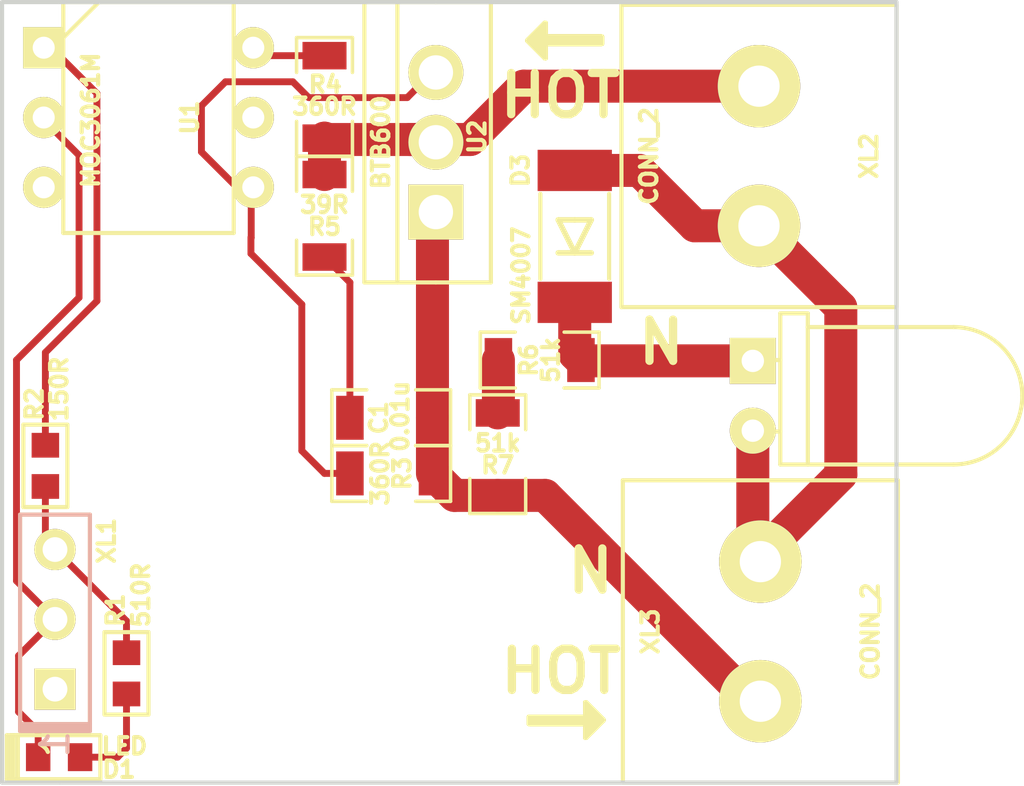
<source format=kicad_pcb>
(kicad_pcb (version 4) (host pcbnew 4.0.2-stable)

  (general
    (links 23)
    (no_connects 0)
    (area 0 0 0 0)
    (thickness 1.6)
    (drawings 587)
    (tracks 79)
    (zones 0)
    (modules 16)
    (nets 16)
  )

  (page A4)
  (layers
    (0 F.Cu signal)
    (31 B.Cu signal)
    (32 B.Adhes user)
    (33 F.Adhes user)
    (34 B.Paste user)
    (35 F.Paste user)
    (36 B.SilkS user)
    (37 F.SilkS user)
    (38 B.Mask user)
    (39 F.Mask user)
    (40 Dwgs.User user)
    (41 Cmts.User user)
    (42 Eco1.User user)
    (43 Eco2.User user)
    (44 Edge.Cuts user)
    (45 Margin user)
    (46 B.CrtYd user)
    (47 F.CrtYd user)
    (48 B.Fab user)
    (49 F.Fab user)
  )

  (setup
    (last_trace_width 0.25)
    (trace_clearance 0.2)
    (zone_clearance 0.5)
    (zone_45_only no)
    (trace_min 0.2)
    (segment_width 0.2)
    (edge_width 0.15)
    (via_size 0.8)
    (via_drill 0.6)
    (via_min_size 0.4)
    (via_min_drill 0.3)
    (uvia_size 0.5)
    (uvia_drill 0.2)
    (uvias_allowed no)
    (uvia_min_size 0.2)
    (uvia_min_drill 0.1)
    (pcb_text_width 0.3)
    (pcb_text_size 1.5 1.5)
    (mod_edge_width 0.15)
    (mod_text_size 1 1)
    (mod_text_width 0.15)
    (pad_size 1.524 1.524)
    (pad_drill 0.762)
    (pad_to_mask_clearance 0.2)
    (aux_axis_origin 0 0)
    (visible_elements FFFFFF7F)
    (pcbplotparams
      (layerselection 0x00030_80000001)
      (usegerberextensions false)
      (excludeedgelayer true)
      (linewidth 0.100000)
      (plotframeref false)
      (viasonmask false)
      (mode 1)
      (useauxorigin false)
      (hpglpennumber 1)
      (hpglpenspeed 20)
      (hpglpendiameter 15)
      (hpglpenoverlay 2)
      (psnegative false)
      (psa4output false)
      (plotreference true)
      (plotvalue true)
      (plotinvisibletext false)
      (padsonsilk false)
      (subtractmaskfromsilk false)
      (outputformat 1)
      (mirror false)
      (drillshape 1)
      (scaleselection 1)
      (outputdirectory ""))
  )

  (net 0 "")
  (net 1 "Net-(C1-Pad1)")
  (net 2 /HOT_OUT)
  (net 3 "Net-(D1-PadA)")
  (net 4 "Net-(D1-PadC)")
  (net 5 /NEUTRAL)
  (net 6 "Net-(R1-Pad1)")
  (net 7 "Net-(R2-Pad1)")
  (net 8 "Net-(R3-Pad1)")
  (net 9 /HOT_IN)
  (net 10 "Net-(R4-Pad2)")
  (net 11 "Net-(U1-Pad3)")
  (net 12 "Net-(U1-Pad5)")
  (net 13 GND)
  (net 14 /D1)
  (net 15 /D2)

  (net_class Default "This is the default net class."
    (clearance 0.2)
    (trace_width 0.25)
    (via_dia 0.8)
    (via_drill 0.6)
    (uvia_dia 0.5)
    (uvia_drill 0.2)
    (add_net GND)
    (add_net "Net-(C1-Pad1)")
    (add_net "Net-(D1-PadA)")
    (add_net "Net-(D1-PadC)")
    (add_net "Net-(R1-Pad1)")
    (add_net "Net-(R2-Pad1)")
    (add_net "Net-(R3-Pad1)")
    (add_net "Net-(R4-Pad2)")
    (add_net "Net-(U1-Pad3)")
    (add_net "Net-(U1-Pad5)")
  )

  (net_class AC ""
    (clearance 0.2)
    (trace_width 1.2)
    (via_dia 0.8)
    (via_drill 0.6)
    (uvia_dia 0.5)
    (uvia_drill 0.2)
    (add_net /D1)
    (add_net /D2)
    (add_net /HOT_IN)
    (add_net /HOT_OUT)
    (add_net /NEUTRAL)
  )

  (module Resistors:RES_0603 (layer F.Cu) (tedit 5CF15821) (tstamp 5CF14DF4)
    (at 139.325 79.275 270)
    (path /5CF1474E)
    (attr smd)
    (fp_text reference R2 (at -2.25 0.4 270) (layer F.SilkS)
      (effects (font (size 0.6 0.6) (thickness 0.15)))
    )
    (fp_text value 150R (at -2.8 -0.5 270) (layer F.SilkS)
      (effects (font (size 0.6 0.6) (thickness 0.15)))
    )
    (fp_line (start -1.5 0) (end -1.5 -0.8) (layer F.SilkS) (width 0.15))
    (fp_line (start -1.5 -0.8) (end 1.5 -0.8) (layer F.SilkS) (width 0.15))
    (fp_line (start 1.5 -0.8) (end 1.5 0.8) (layer F.SilkS) (width 0.15))
    (fp_line (start 1.5 0.8) (end -1.5 0.8) (layer F.SilkS) (width 0.15))
    (fp_line (start -1.5 0.8) (end -1.5 0) (layer F.SilkS) (width 0.15))
    (pad 1 smd rect (at -0.75 0 270) (size 0.9 1) (layers F.Cu F.Paste F.Mask)
      (net 7 "Net-(R2-Pad1)"))
    (pad 2 smd rect (at 0.75 0 270) (size 0.9 1) (layers F.Cu F.Paste F.Mask)
      (net 6 "Net-(R1-Pad1)"))
    (model 3d\r_0603.wrl
      (at (xyz 0 0 0))
      (scale (xyz 1 1 1))
      (rotate (xyz 0 0 0))
    )
  )

  (module Connectors:CONN_KF128D_2 (layer F.Cu) (tedit 501983B2) (tstamp 5CF14E2F)
    (at 165.275 68 270)
    (path /5CF150C3)
    (fp_text reference XL2 (at 0 -4.0005 270) (layer F.SilkS)
      (effects (font (size 0.59944 0.59944) (thickness 0.14986)))
    )
    (fp_text value CONN_2 (at 0 4.0005 270) (layer F.SilkS)
      (effects (font (size 0.59944 0.59944) (thickness 0.14986)))
    )
    (fp_line (start 5.4991 -5.00126) (end 5.4991 5.00126) (layer F.SilkS) (width 0.14986))
    (fp_line (start 5.4991 5.00126) (end -5.4991 5.00126) (layer F.SilkS) (width 0.14986))
    (fp_line (start -5.4991 5.00126) (end -5.4991 -5.00126) (layer F.SilkS) (width 0.14986))
    (fp_line (start -5.4991 -5.00126) (end 5.4991 -5.00126) (layer F.SilkS) (width 0.14986))
    (pad 1 thru_hole circle (at -2.54 0 270) (size 2.99974 2.99974) (drill 1.50114) (layers *.Cu *.Mask F.SilkS)
      (net 9 /HOT_IN))
    (pad 2 thru_hole circle (at 2.54 0 270) (size 2.99974 2.99974) (drill 1.50114) (layers *.Cu *.Mask F.SilkS)
      (net 5 /NEUTRAL))
  )

  (module Capacitors:CAP_1206 (layer F.Cu) (tedit 5CF14EA5) (tstamp 5CF14DD6)
    (at 151.9 77.525)
    (path /5CF14D85)
    (attr smd)
    (fp_text reference C1 (at -0.45 0 270) (layer F.SilkS)
      (effects (font (size 0.59944 0.59944) (thickness 0.14986)))
    )
    (fp_text value 0.01u (at 0.325 -0.05 270) (layer F.SilkS)
      (effects (font (size 0.59944 0.59944) (thickness 0.14986)))
    )
    (fp_line (start -0.889 -1.016) (end -2.159 -1.016) (layer F.SilkS) (width 0.127))
    (fp_line (start -2.159 -1.016) (end -2.159 1.016) (layer F.SilkS) (width 0.127))
    (fp_line (start -2.159 1.016) (end -0.889 1.016) (layer F.SilkS) (width 0.127))
    (fp_line (start 0.889 -1.016) (end 2.159 -1.016) (layer F.SilkS) (width 0.127))
    (fp_line (start 2.159 -1.016) (end 2.159 1.016) (layer F.SilkS) (width 0.127))
    (fp_line (start 2.159 1.016) (end 0.889 1.016) (layer F.SilkS) (width 0.127))
    (pad 1 smd rect (at -1.50114 0) (size 1.00076 1.6002) (layers F.Cu F.Paste F.Mask)
      (net 1 "Net-(C1-Pad1)"))
    (pad 2 smd rect (at 1.50114 0) (size 1.00076 1.6002) (layers F.Cu F.Paste F.Mask)
      (net 2 /HOT_OUT))
    (model 3d\c_1206.wrl
      (at (xyz 0 0 0))
      (scale (xyz 1 1 1))
      (rotate (xyz 0 0 0))
    )
  )

  (module LEDs:LED_0603 (layer F.Cu) (tedit 5CF14DAB) (tstamp 5CF14DDC)
    (at 139.825 89.875 180)
    (path /5CF1480E)
    (attr smd)
    (fp_text reference D1 (at -2.175 -0.45 180) (layer F.SilkS)
      (effects (font (size 0.6 0.6) (thickness 0.15)))
    )
    (fp_text value LED (at -2.375 0.4 180) (layer F.SilkS)
      (effects (font (size 0.6 0.6) (thickness 0.15)))
    )
    (fp_line (start 1.7 -0.8) (end 1.9 -0.8) (layer F.SilkS) (width 0.15))
    (fp_line (start 1.9 -0.8) (end 1.9 0.8) (layer F.SilkS) (width 0.15))
    (fp_line (start 1.9 0.8) (end 1.7 0.8) (layer F.SilkS) (width 0.15))
    (fp_line (start 1.5 -0.8) (end 1.65 -0.8) (layer F.SilkS) (width 0.15))
    (fp_line (start 1.65 -0.8) (end 1.65 0.8) (layer F.SilkS) (width 0.15))
    (fp_line (start 1.65 0.8) (end 1.5 0.8) (layer F.SilkS) (width 0.15))
    (fp_line (start 1.5 0.8) (end 1.75 0.8) (layer F.SilkS) (width 0.15))
    (fp_line (start 1.75 0.8) (end 1.75 -0.8) (layer F.SilkS) (width 0.15))
    (fp_line (start 1.75 -0.8) (end 1.65 -0.8) (layer F.SilkS) (width 0.15))
    (fp_line (start -1.5 0) (end -1.5 -0.8) (layer F.SilkS) (width 0.15))
    (fp_line (start -1.5 -0.8) (end 1.5 -0.8) (layer F.SilkS) (width 0.15))
    (fp_line (start 1.5 -0.8) (end 1.5 0.8) (layer F.SilkS) (width 0.15))
    (fp_line (start 1.5 0.8) (end -1.5 0.8) (layer F.SilkS) (width 0.15))
    (fp_line (start -1.5 0.8) (end -1.5 -0.1) (layer F.SilkS) (width 0.15))
    (pad A smd rect (at -0.762 0 180) (size 0.889 1.016) (layers F.Cu F.Paste F.Mask)
      (net 3 "Net-(D1-PadA)"))
    (pad C smd rect (at 0.762 0 180) (size 0.889 1.016) (layers F.Cu F.Paste F.Mask)
      (net 4 "Net-(D1-PadC)"))
    (model smd/chip_cms.wrl
      (at (xyz 0 0 0))
      (scale (xyz 0.1 0.1 0.1))
      (rotate (xyz 0 0 0))
    )
  )

  (module Diodes:DIODE_MELF_DO213AB (layer F.Cu) (tedit 5CF155E6) (tstamp 5CF14DE8)
    (at 158.575 70.925 90)
    (path /5CF15A62)
    (fp_text reference D3 (at 2.4 -1.975 90) (layer F.SilkS)
      (effects (font (size 0.59944 0.59944) (thickness 0.14986)))
    )
    (fp_text value SM4007 (at -1.425 -1.95 90) (layer F.SilkS)
      (effects (font (size 0.59944 0.59944) (thickness 0.14986)))
    )
    (fp_line (start 1.5494 1.24968) (end -1.5494 1.24968) (layer F.SilkS) (width 0.14986))
    (fp_line (start -1.5494 -1.24968) (end 1.5494 -1.24968) (layer F.SilkS) (width 0.14986))
    (fp_line (start -0.59944 -0.59944) (end -0.59944 0.59944) (layer F.SilkS) (width 0.20066))
    (fp_line (start 0.59944 0) (end 0.59944 -0.59944) (layer F.SilkS) (width 0.20066))
    (fp_line (start 0.59944 -0.59944) (end -0.59944 0) (layer F.SilkS) (width 0.20066))
    (fp_line (start -0.59944 0) (end 0.59944 0.59944) (layer F.SilkS) (width 0.20066))
    (fp_line (start 0.59944 0.59944) (end 0.59944 0) (layer F.SilkS) (width 0.20066))
    (pad C smd rect (at -2.4003 0 90) (size 1.50114 2.70002) (layers F.Cu F.Paste F.Mask)
      (net 14 /D1))
    (pad A smd rect (at 2.4003 0 90) (size 1.50114 2.70002) (layers F.Cu F.Paste F.Mask)
      (net 5 /NEUTRAL))
    (model 3d\dSMA_DO214AC.wrl
      (at (xyz 0 0 0))
      (scale (xyz 1 1 1))
      (rotate (xyz 0 0 180))
    )
  )

  (module Resistors:RES_0603 (layer F.Cu) (tedit 5CF15825) (tstamp 5CF14DEE)
    (at 142.275 86.825 270)
    (path /5CF147AD)
    (attr smd)
    (fp_text reference R1 (at -2.3 0.4 270) (layer F.SilkS)
      (effects (font (size 0.6 0.6) (thickness 0.15)))
    )
    (fp_text value 510R (at -2.85 -0.525 270) (layer F.SilkS)
      (effects (font (size 0.6 0.6) (thickness 0.15)))
    )
    (fp_line (start -1.5 0) (end -1.5 -0.8) (layer F.SilkS) (width 0.15))
    (fp_line (start -1.5 -0.8) (end 1.5 -0.8) (layer F.SilkS) (width 0.15))
    (fp_line (start 1.5 -0.8) (end 1.5 0.8) (layer F.SilkS) (width 0.15))
    (fp_line (start 1.5 0.8) (end -1.5 0.8) (layer F.SilkS) (width 0.15))
    (fp_line (start -1.5 0.8) (end -1.5 0) (layer F.SilkS) (width 0.15))
    (pad 1 smd rect (at -0.75 0 270) (size 0.9 1) (layers F.Cu F.Paste F.Mask)
      (net 6 "Net-(R1-Pad1)"))
    (pad 2 smd rect (at 0.75 0 270) (size 0.9 1) (layers F.Cu F.Paste F.Mask)
      (net 3 "Net-(D1-PadA)"))
    (model 3d\r_0603.wrl
      (at (xyz 0 0 0))
      (scale (xyz 1 1 1))
      (rotate (xyz 0 0 0))
    )
  )

  (module Resistors:RES_1206 (layer F.Cu) (tedit 5019994A) (tstamp 5CF14DFA)
    (at 151.9 79.55)
    (path /5CF14C92)
    (attr smd)
    (fp_text reference R3 (at 0.39878 0 270) (layer F.SilkS)
      (effects (font (size 0.59944 0.59944) (thickness 0.14986)))
    )
    (fp_text value 360R (at -0.40132 0 270) (layer F.SilkS)
      (effects (font (size 0.59944 0.59944) (thickness 0.14986)))
    )
    (fp_line (start -0.889 -1.016) (end -2.159 -1.016) (layer F.SilkS) (width 0.127))
    (fp_line (start -2.159 -1.016) (end -2.159 1.016) (layer F.SilkS) (width 0.127))
    (fp_line (start -2.159 1.016) (end -0.889 1.016) (layer F.SilkS) (width 0.127))
    (fp_line (start 0.889 -1.016) (end 2.159 -1.016) (layer F.SilkS) (width 0.127))
    (fp_line (start 2.159 -1.016) (end 2.159 1.016) (layer F.SilkS) (width 0.127))
    (fp_line (start 2.159 1.016) (end 0.889 1.016) (layer F.SilkS) (width 0.127))
    (pad 1 smd rect (at -1.50114 0) (size 1.00076 1.6002) (layers F.Cu F.Paste F.Mask)
      (net 8 "Net-(R3-Pad1)"))
    (pad 2 smd rect (at 1.50114 0) (size 1.00076 1.6002) (layers F.Cu F.Paste F.Mask)
      (net 2 /HOT_OUT))
    (model 3d\r_1206.wrl
      (at (xyz 0 0 0))
      (scale (xyz 1 1 1))
      (rotate (xyz 0 0 0))
    )
  )

  (module Resistors:RES_1206 (layer F.Cu) (tedit 5CF14EA1) (tstamp 5CF14E00)
    (at 149.475 65.85 90)
    (path /5CF14A2C)
    (attr smd)
    (fp_text reference R4 (at 0.45 0.025 360) (layer F.SilkS)
      (effects (font (size 0.59944 0.59944) (thickness 0.14986)))
    )
    (fp_text value 360R (at -0.35 0 360) (layer F.SilkS)
      (effects (font (size 0.59944 0.59944) (thickness 0.14986)))
    )
    (fp_line (start -0.889 -1.016) (end -2.159 -1.016) (layer F.SilkS) (width 0.127))
    (fp_line (start -2.159 -1.016) (end -2.159 1.016) (layer F.SilkS) (width 0.127))
    (fp_line (start -2.159 1.016) (end -0.889 1.016) (layer F.SilkS) (width 0.127))
    (fp_line (start 0.889 -1.016) (end 2.159 -1.016) (layer F.SilkS) (width 0.127))
    (fp_line (start 2.159 -1.016) (end 2.159 1.016) (layer F.SilkS) (width 0.127))
    (fp_line (start 2.159 1.016) (end 0.889 1.016) (layer F.SilkS) (width 0.127))
    (pad 1 smd rect (at -1.50114 0 90) (size 1.00076 1.6002) (layers F.Cu F.Paste F.Mask)
      (net 9 /HOT_IN))
    (pad 2 smd rect (at 1.50114 0 90) (size 1.00076 1.6002) (layers F.Cu F.Paste F.Mask)
      (net 10 "Net-(R4-Pad2)"))
    (model 3d\r_1206.wrl
      (at (xyz 0 0 0))
      (scale (xyz 1 1 1))
      (rotate (xyz 0 0 0))
    )
  )

  (module Resistors:RES_1206 (layer F.Cu) (tedit 5019994A) (tstamp 5CF14E06)
    (at 149.475 70.175 270)
    (path /5CF14D22)
    (attr smd)
    (fp_text reference R5 (at 0.39878 0 540) (layer F.SilkS)
      (effects (font (size 0.59944 0.59944) (thickness 0.14986)))
    )
    (fp_text value 39R (at -0.40132 0 540) (layer F.SilkS)
      (effects (font (size 0.59944 0.59944) (thickness 0.14986)))
    )
    (fp_line (start -0.889 -1.016) (end -2.159 -1.016) (layer F.SilkS) (width 0.127))
    (fp_line (start -2.159 -1.016) (end -2.159 1.016) (layer F.SilkS) (width 0.127))
    (fp_line (start -2.159 1.016) (end -0.889 1.016) (layer F.SilkS) (width 0.127))
    (fp_line (start 0.889 -1.016) (end 2.159 -1.016) (layer F.SilkS) (width 0.127))
    (fp_line (start 2.159 -1.016) (end 2.159 1.016) (layer F.SilkS) (width 0.127))
    (fp_line (start 2.159 1.016) (end 0.889 1.016) (layer F.SilkS) (width 0.127))
    (pad 1 smd rect (at -1.50114 0 270) (size 1.00076 1.6002) (layers F.Cu F.Paste F.Mask)
      (net 9 /HOT_IN))
    (pad 2 smd rect (at 1.50114 0 270) (size 1.00076 1.6002) (layers F.Cu F.Paste F.Mask)
      (net 1 "Net-(C1-Pad1)"))
    (model 3d\r_1206.wrl
      (at (xyz 0 0 0))
      (scale (xyz 1 1 1))
      (rotate (xyz 0 0 0))
    )
  )

  (module Resistors:RES_1206 (layer F.Cu) (tedit 5019994A) (tstamp 5CF14E0C)
    (at 157.3 75.425 180)
    (path /5CF15378)
    (attr smd)
    (fp_text reference R6 (at 0.39878 0 450) (layer F.SilkS)
      (effects (font (size 0.59944 0.59944) (thickness 0.14986)))
    )
    (fp_text value 51k (at -0.40132 0 450) (layer F.SilkS)
      (effects (font (size 0.59944 0.59944) (thickness 0.14986)))
    )
    (fp_line (start -0.889 -1.016) (end -2.159 -1.016) (layer F.SilkS) (width 0.127))
    (fp_line (start -2.159 -1.016) (end -2.159 1.016) (layer F.SilkS) (width 0.127))
    (fp_line (start -2.159 1.016) (end -0.889 1.016) (layer F.SilkS) (width 0.127))
    (fp_line (start 0.889 -1.016) (end 2.159 -1.016) (layer F.SilkS) (width 0.127))
    (fp_line (start 2.159 -1.016) (end 2.159 1.016) (layer F.SilkS) (width 0.127))
    (fp_line (start 2.159 1.016) (end 0.889 1.016) (layer F.SilkS) (width 0.127))
    (pad 1 smd rect (at -1.50114 0 180) (size 1.00076 1.6002) (layers F.Cu F.Paste F.Mask)
      (net 14 /D1))
    (pad 2 smd rect (at 1.50114 0 180) (size 1.00076 1.6002) (layers F.Cu F.Paste F.Mask)
      (net 15 /D2))
    (model 3d\r_1206.wrl
      (at (xyz 0 0 0))
      (scale (xyz 1 1 1))
      (rotate (xyz 0 0 0))
    )
  )

  (module Resistors:RES_1206 (layer F.Cu) (tedit 5019994A) (tstamp 5CF14E12)
    (at 155.775 78.85 270)
    (path /5CF15345)
    (attr smd)
    (fp_text reference R7 (at 0.39878 0 540) (layer F.SilkS)
      (effects (font (size 0.59944 0.59944) (thickness 0.14986)))
    )
    (fp_text value 51k (at -0.40132 0 540) (layer F.SilkS)
      (effects (font (size 0.59944 0.59944) (thickness 0.14986)))
    )
    (fp_line (start -0.889 -1.016) (end -2.159 -1.016) (layer F.SilkS) (width 0.127))
    (fp_line (start -2.159 -1.016) (end -2.159 1.016) (layer F.SilkS) (width 0.127))
    (fp_line (start -2.159 1.016) (end -0.889 1.016) (layer F.SilkS) (width 0.127))
    (fp_line (start 0.889 -1.016) (end 2.159 -1.016) (layer F.SilkS) (width 0.127))
    (fp_line (start 2.159 -1.016) (end 2.159 1.016) (layer F.SilkS) (width 0.127))
    (fp_line (start 2.159 1.016) (end 0.889 1.016) (layer F.SilkS) (width 0.127))
    (pad 1 smd rect (at -1.50114 0 270) (size 1.00076 1.6002) (layers F.Cu F.Paste F.Mask)
      (net 15 /D2))
    (pad 2 smd rect (at 1.50114 0 270) (size 1.00076 1.6002) (layers F.Cu F.Paste F.Mask)
      (net 2 /HOT_OUT))
    (model 3d\r_1206.wrl
      (at (xyz 0 0 0))
      (scale (xyz 1 1 1))
      (rotate (xyz 0 0 0))
    )
  )

  (module SO_DIL_TSSOP:DIL6 (layer F.Cu) (tedit 4FFBD467) (tstamp 5CF14E1C)
    (at 143.075 66.6 270)
    (path /5CF146DD)
    (fp_text reference U1 (at 0 -1.50114 270) (layer F.SilkS)
      (effects (font (size 0.59944 0.59944) (thickness 0.14986)))
    )
    (fp_text value MOC3061M (at 0.09906 2.10058 270) (layer F.SilkS)
      (effects (font (size 0.59944 0.59944) (thickness 0.14986)))
    )
    (fp_line (start -4.20116 1.80086) (end -2.90068 3.0988) (layer F.SilkS) (width 0.14986))
    (fp_line (start 4.20116 -3.0988) (end 4.20116 3.0988) (layer F.SilkS) (width 0.14986))
    (fp_line (start 4.20116 3.0988) (end -4.20116 3.0988) (layer F.SilkS) (width 0.14986))
    (fp_line (start -4.20116 3.0988) (end -4.20116 -3.0988) (layer F.SilkS) (width 0.14986))
    (fp_line (start -4.20116 -3.0988) (end 4.20116 -3.0988) (layer F.SilkS) (width 0.14986))
    (pad 1 thru_hole rect (at -2.54 3.81 270) (size 1.50114 1.50114) (drill 0.8001) (layers *.Cu *.Mask F.SilkS)
      (net 7 "Net-(R2-Pad1)"))
    (pad 2 thru_hole circle (at 0 3.81 270) (size 1.50114 1.50114) (drill 0.8001) (layers *.Cu *.Mask F.SilkS)
      (net 4 "Net-(D1-PadC)"))
    (pad 3 thru_hole circle (at 2.54 3.81 270) (size 1.50114 1.50114) (drill 0.8001) (layers *.Cu *.Mask F.SilkS)
      (net 11 "Net-(U1-Pad3)"))
    (pad 4 thru_hole circle (at 2.54 -3.81 270) (size 1.50114 1.50114) (drill 0.8001) (layers *.Cu *.Mask F.SilkS)
      (net 8 "Net-(R3-Pad1)"))
    (pad 5 thru_hole circle (at 0 -3.81 270) (size 1.50114 1.50114) (drill 0.8001) (layers *.Cu *.Mask F.SilkS)
      (net 12 "Net-(U1-Pad5)"))
    (pad 6 thru_hole circle (at -2.54 -3.81 270) (size 1.50114 1.50114) (drill 0.8001) (layers *.Cu *.Mask F.SilkS)
      (net 10 "Net-(R4-Pad2)"))
    (model 3d\dil_6.wrl
      (at (xyz 0 0 0))
      (scale (xyz 1 1 1))
      (rotate (xyz 0 0 0))
    )
  )

  (module TO:TO220_VERTICAL (layer F.Cu) (tedit 551BC9B1) (tstamp 5CF14E23)
    (at 153.525 67.5 90)
    (path /5CF14BA4)
    (fp_text reference U2 (at 0.2 1.5 90) (layer F.SilkS)
      (effects (font (size 0.6 0.6) (thickness 0.15)))
    )
    (fp_text value BTB600 (at 0 -2 90) (layer F.SilkS)
      (effects (font (size 0.6 0.6) (thickness 0.15)))
    )
    (fp_line (start 5.1 -1.4) (end -5.1 -1.4) (layer F.SilkS) (width 0.15))
    (fp_line (start -5.1 0) (end -5.1 -2.6) (layer F.SilkS) (width 0.15))
    (fp_line (start -5.1 -2.6) (end 5.1 -2.6) (layer F.SilkS) (width 0.15))
    (fp_line (start 5.1 -2.6) (end 5.1 0) (layer F.SilkS) (width 0.15))
    (fp_line (start 5.1 0) (end 5.1 2) (layer F.SilkS) (width 0.15))
    (fp_line (start 5.1 2) (end -5.1 2) (layer F.SilkS) (width 0.15))
    (fp_line (start -5.1 2) (end -5.1 0) (layer F.SilkS) (width 0.15))
    (pad 1 thru_hole rect (at -2.54 0 90) (size 2 2) (drill 1.25) (layers *.Cu *.Mask F.SilkS)
      (net 2 /HOT_OUT))
    (pad 2 thru_hole circle (at 0 0 90) (size 2 2) (drill 1.25) (layers *.Cu *.Mask F.SilkS)
      (net 9 /HOT_IN))
    (pad 3 thru_hole circle (at 2.54 0 90) (size 2 2) (drill 1.25) (layers *.Cu *.Mask F.SilkS)
      (net 8 "Net-(R3-Pad1)"))
  )

  (module Connectors:CONN_KF128D_2 (layer F.Cu) (tedit 501983B2) (tstamp 5CF14E35)
    (at 165.325 85.3 90)
    (path /5CF15100)
    (fp_text reference XL3 (at 0 -4.0005 90) (layer F.SilkS)
      (effects (font (size 0.59944 0.59944) (thickness 0.14986)))
    )
    (fp_text value CONN_2 (at 0 4.0005 90) (layer F.SilkS)
      (effects (font (size 0.59944 0.59944) (thickness 0.14986)))
    )
    (fp_line (start 5.4991 -5.00126) (end 5.4991 5.00126) (layer F.SilkS) (width 0.14986))
    (fp_line (start 5.4991 5.00126) (end -5.4991 5.00126) (layer F.SilkS) (width 0.14986))
    (fp_line (start -5.4991 5.00126) (end -5.4991 -5.00126) (layer F.SilkS) (width 0.14986))
    (fp_line (start -5.4991 -5.00126) (end 5.4991 -5.00126) (layer F.SilkS) (width 0.14986))
    (pad 1 thru_hole circle (at -2.54 0 90) (size 2.99974 2.99974) (drill 1.50114) (layers *.Cu *.Mask F.SilkS)
      (net 2 /HOT_OUT))
    (pad 2 thru_hole circle (at 2.54 0 90) (size 2.99974 2.99974) (drill 1.50114) (layers *.Cu *.Mask F.SilkS)
      (net 5 /NEUTRAL))
  )

  (module LEDs:LED_Through-Hole-5mm-HOR (layer F.Cu) (tedit 569A53EA) (tstamp 5CF155F1)
    (at 165.05 76.725 270)
    (descr "LED 5mm through hole horizontal")
    (path /5CF1541D)
    (attr virtual)
    (fp_text reference D2 (at 0 2.286 270) (layer F.SilkS) hide
      (effects (font (size 0.6 0.6) (thickness 0.15)))
    )
    (fp_text value LED (at 0.254 1.524 270) (layer F.SilkS) hide
      (effects (font (size 0.6 0.6) (thickness 0.15)))
    )
    (fp_line (start 1.3 -1) (end 1.3 -0.8) (layer F.SilkS) (width 0.15))
    (fp_line (start -1.3 -1) (end -1.3 -0.8) (layer F.SilkS) (width 0.15))
    (fp_line (start -2.5 -2) (end -3 -2) (layer F.SilkS) (width 0.15))
    (fp_line (start -3 -2) (end -3 -1) (layer F.SilkS) (width 0.15))
    (fp_line (start -3 -1) (end 2.5 -1) (layer F.SilkS) (width 0.15))
    (fp_line (start 2.5 -1) (end 2.5 -2) (layer F.SilkS) (width 0.15))
    (fp_line (start -2.5 -7.3) (end -2.5 -2) (layer F.SilkS) (width 0.15))
    (fp_line (start -2.5 -2) (end 2.5 -2) (layer F.SilkS) (width 0.15))
    (fp_line (start 2.5 -2) (end 2.5 -7.3) (layer F.SilkS) (width 0.15))
    (fp_arc (start 0 -7.3) (end -2.5 -7.3) (angle 90) (layer F.SilkS) (width 0.15))
    (fp_arc (start 0 -7.3) (end 0 -9.8) (angle 90) (layer F.SilkS) (width 0.15))
    (pad A thru_hole rect (at -1.27 0 270) (size 1.6764 1.6764) (drill 0.8128) (layers *.Cu *.Mask F.SilkS)
      (net 14 /D1))
    (pad C thru_hole circle (at 1.27 0 270) (size 1.6764 1.6764) (drill 0.8128) (layers *.Cu *.Mask F.SilkS)
      (net 5 /NEUTRAL))
    (model 3d\Indicatros&Leds\led_3mm_clear.wrl
      (at (xyz 0 0 0))
      (scale (xyz 1 1 1))
      (rotate (xyz 0 0 0))
    )
  )

  (module Connectors:PLS-3 (layer F.Cu) (tedit 5CF1581C) (tstamp 5CF15626)
    (at 139.675 87.4 90)
    (descr "Single-line connector 4-pin")
    (path /5CF1562A)
    (fp_text reference XL1 (at 5.4 1.875 90) (layer F.SilkS)
      (effects (font (size 0.6 0.6) (thickness 0.15)))
    )
    (fp_text value CONN_3 (at 7.40918 -1.84912 90) (layer F.SilkS) hide
      (effects (font (size 0.635 0.635) (thickness 0.16002)))
    )
    (fp_text user 1 (at -2 0 90) (layer F.SilkS)
      (effects (font (size 1 1) (thickness 0.15)))
    )
    (fp_text user 1 (at -2 0 90) (layer B.SilkS)
      (effects (font (size 1 1) (thickness 0.15)) (justify mirror))
    )
    (fp_line (start -1.397 -1.27) (end -1.27 -1.27) (layer B.SilkS) (width 0.15))
    (fp_line (start -1.524 1.27) (end -1.397 1.27) (layer B.SilkS) (width 0.15))
    (fp_line (start -1.27 1.27) (end 6.35 1.27) (layer B.SilkS) (width 0.15))
    (fp_line (start 6.35 -1.27) (end -1.27 -1.27) (layer B.SilkS) (width 0.15))
    (fp_line (start -1.27 1.27) (end 6.35 1.27) (layer F.SilkS) (width 0.15))
    (fp_line (start -1.27 -1.27) (end 6.35 -1.27) (layer F.SilkS) (width 0.15))
    (fp_line (start 6.35 -1.27) (end 6.35 1.27) (layer B.SilkS) (width 0.15))
    (fp_line (start -1.524 1.27) (end -1.524 -1.27) (layer B.SilkS) (width 0.15))
    (fp_line (start -1.524 -1.27) (end -1.397 -1.27) (layer B.SilkS) (width 0.15))
    (fp_line (start -1.397 -1.27) (end -1.397 1.27) (layer B.SilkS) (width 0.15))
    (fp_line (start -1.397 1.27) (end -1.27 1.27) (layer B.SilkS) (width 0.15))
    (fp_line (start -1.27 1.27) (end -1.27 -1.27) (layer B.SilkS) (width 0.15))
    (fp_line (start -1.27 1.27) (end -1.524 1.27) (layer F.SilkS) (width 0.15))
    (fp_line (start -1.524 1.27) (end -1.524 -1.27) (layer F.SilkS) (width 0.15))
    (fp_line (start -1.524 -1.27) (end -1.27 -1.27) (layer F.SilkS) (width 0.15))
    (fp_line (start -1.27 -1.27) (end -1.397 -1.27) (layer F.SilkS) (width 0.15))
    (fp_line (start -1.397 -1.27) (end -1.397 1.27) (layer F.SilkS) (width 0.15))
    (fp_line (start 6.35 -1.27) (end 6.35 1.27) (layer F.SilkS) (width 0.15))
    (fp_line (start -1.27 1.27) (end -1.27 -1.27) (layer F.SilkS) (width 0.15))
    (pad 1 thru_hole rect (at 0 0 90) (size 1.5 1.5) (drill 0.9) (layers *.Cu *.Mask F.SilkS)
      (net 13 GND))
    (pad 2 thru_hole circle (at 2.54 0 90) (size 1.5 1.5) (drill 0.9) (layers *.Cu *.Mask F.SilkS)
      (net 4 "Net-(D1-PadC)"))
    (pad 3 thru_hole circle (at 5.08 0 90) (size 1.5 1.5) (drill 0.9) (layers *.Cu *.Mask F.SilkS)
      (net 6 "Net-(R1-Pad1)"))
  )

  (gr_line (start 137.75 90.8) (end 139.8 90.8) (angle 90) (layer Edge.Cuts) (width 0.15))
  (gr_line (start 137.75 62.4) (end 137.75 90.8) (angle 90) (layer Edge.Cuts) (width 0.15))
  (gr_line (start 140 62.4) (end 137.75 62.4) (angle 90) (layer Edge.Cuts) (width 0.15))
  (gr_line (start 139.85 90.8) (end 139.825 90.8) (angle 90) (layer Edge.Cuts) (width 0.15))
  (gr_line (start 170.275 90.8) (end 139.85 90.8) (angle 90) (layer Edge.Cuts) (width 0.15))
  (gr_line (start 170.275 62.4) (end 170.275 90.8) (angle 90) (layer Edge.Cuts) (width 0.15))
  (gr_line (start 139.975 62.4) (end 170.275 62.4) (angle 90) (layer Edge.Cuts) (width 0.15))
  (gr_line (start 159.55 63.8) (end 156.925 63.8) (angle 90) (layer F.SilkS) (width 0.2) (tstamp 5CF155AB))
  (gr_line (start 156.925 63.8) (end 157.5 63.225) (angle 90) (layer F.SilkS) (width 0.2) (tstamp 5CF155AA))
  (gr_line (start 157.5 63.225) (end 157.5 64.325) (angle 90) (layer F.SilkS) (width 0.2) (tstamp 5CF155A9))
  (gr_line (start 157.5 64.325) (end 157.5 64.35) (angle 90) (layer F.SilkS) (width 0.2) (tstamp 5CF155A8))
  (gr_line (start 157.5 64.35) (end 156.95 63.8) (angle 90) (layer F.SilkS) (width 0.2) (tstamp 5CF155A7))
  (gr_line (start 156.95 63.8) (end 156.9 63.8) (angle 90) (layer F.SilkS) (width 0.2) (tstamp 5CF155A6))
  (gr_line (start 157.375 63.475) (end 157.375 64.075) (angle 90) (layer F.SilkS) (width 0.2) (tstamp 5CF155A5))
  (gr_line (start 157.375 64.075) (end 157.175 63.875) (angle 90) (layer F.SilkS) (width 0.2) (tstamp 5CF155A4))
  (gr_line (start 157.175 63.875) (end 157.175 63.6) (angle 90) (layer F.SilkS) (width 0.2) (tstamp 5CF155A3))
  (gr_line (start 157.175 63.6) (end 157.25 63.6) (angle 90) (layer F.SilkS) (width 0.2) (tstamp 5CF155A2))
  (gr_line (start 156.875 63.8) (end 157.5 64.425) (angle 90) (layer F.SilkS) (width 0.2) (tstamp 5CF155A1))
  (gr_line (start 157.5 64.425) (end 157.5 64.375) (angle 90) (layer F.SilkS) (width 0.2) (tstamp 5CF155A0))
  (gr_line (start 156.875 63.8) (end 157.5 63.175) (angle 90) (layer F.SilkS) (width 0.2) (tstamp 5CF1559F))
  (gr_line (start 157.5 63.175) (end 157.5 63.2) (angle 90) (layer F.SilkS) (width 0.2) (tstamp 5CF1559E))
  (gr_line (start 157.525 63.675) (end 159.55 63.675) (angle 90) (layer F.SilkS) (width 0.2) (tstamp 5CF1559D))
  (gr_line (start 159.55 63.675) (end 159.55 63.9) (angle 90) (layer F.SilkS) (width 0.2) (tstamp 5CF1559C))
  (gr_line (start 159.55 63.9) (end 157.5 63.9) (angle 90) (layer F.SilkS) (width 0.2) (tstamp 5CF1559B))
  (gr_line (start 157.5 63.9) (end 157.5 63.925) (angle 90) (layer F.SilkS) (width 0.2) (tstamp 5CF1559A))
  (gr_line (start 157.5 63.9) (end 157.5 63.925) (angle 90) (layer F.SilkS) (width 0.2) (tstamp 5CF15599))
  (gr_line (start 159.55 63.9) (end 157.5 63.9) (angle 90) (layer F.SilkS) (width 0.2) (tstamp 5CF15598))
  (gr_line (start 159.55 63.675) (end 159.55 63.9) (angle 90) (layer F.SilkS) (width 0.2) (tstamp 5CF15597))
  (gr_line (start 157.525 63.675) (end 159.55 63.675) (angle 90) (layer F.SilkS) (width 0.2) (tstamp 5CF15596))
  (gr_line (start 157.5 63.175) (end 157.5 63.2) (angle 90) (layer F.SilkS) (width 0.2) (tstamp 5CF15595))
  (gr_line (start 156.875 63.8) (end 157.5 63.175) (angle 90) (layer F.SilkS) (width 0.2) (tstamp 5CF15594))
  (gr_line (start 157.5 64.425) (end 157.5 64.375) (angle 90) (layer F.SilkS) (width 0.2) (tstamp 5CF15593))
  (gr_line (start 156.875 63.8) (end 157.5 64.425) (angle 90) (layer F.SilkS) (width 0.2) (tstamp 5CF15592))
  (gr_line (start 157.175 63.6) (end 157.25 63.6) (angle 90) (layer F.SilkS) (width 0.2) (tstamp 5CF15591))
  (gr_line (start 157.175 63.875) (end 157.175 63.6) (angle 90) (layer F.SilkS) (width 0.2) (tstamp 5CF15590))
  (gr_line (start 157.375 64.075) (end 157.175 63.875) (angle 90) (layer F.SilkS) (width 0.2) (tstamp 5CF1558F))
  (gr_line (start 157.375 63.475) (end 157.375 64.075) (angle 90) (layer F.SilkS) (width 0.2) (tstamp 5CF1558E))
  (gr_line (start 156.95 63.8) (end 156.9 63.8) (angle 90) (layer F.SilkS) (width 0.2) (tstamp 5CF1558D))
  (gr_line (start 157.5 64.35) (end 156.95 63.8) (angle 90) (layer F.SilkS) (width 0.2) (tstamp 5CF1558C))
  (gr_line (start 157.5 64.325) (end 157.5 64.35) (angle 90) (layer F.SilkS) (width 0.2) (tstamp 5CF1558B))
  (gr_line (start 157.5 63.225) (end 157.5 64.325) (angle 90) (layer F.SilkS) (width 0.2) (tstamp 5CF1558A))
  (gr_line (start 156.925 63.8) (end 157.5 63.225) (angle 90) (layer F.SilkS) (width 0.2) (tstamp 5CF15589))
  (gr_line (start 159.55 63.8) (end 156.925 63.8) (angle 90) (layer F.SilkS) (width 0.2) (tstamp 5CF15588))
  (gr_line (start 159.55 63.8) (end 156.925 63.8) (angle 90) (layer F.SilkS) (width 0.2) (tstamp 5CF15587))
  (gr_line (start 156.925 63.8) (end 157.5 63.225) (angle 90) (layer F.SilkS) (width 0.2) (tstamp 5CF15586))
  (gr_line (start 157.5 63.225) (end 157.5 64.325) (angle 90) (layer F.SilkS) (width 0.2) (tstamp 5CF15585))
  (gr_line (start 157.5 64.325) (end 157.5 64.35) (angle 90) (layer F.SilkS) (width 0.2) (tstamp 5CF15584))
  (gr_line (start 157.5 64.35) (end 156.95 63.8) (angle 90) (layer F.SilkS) (width 0.2) (tstamp 5CF15583))
  (gr_line (start 156.95 63.8) (end 156.9 63.8) (angle 90) (layer F.SilkS) (width 0.2) (tstamp 5CF15582))
  (gr_line (start 157.375 63.475) (end 157.375 64.075) (angle 90) (layer F.SilkS) (width 0.2) (tstamp 5CF15581))
  (gr_line (start 157.375 64.075) (end 157.175 63.875) (angle 90) (layer F.SilkS) (width 0.2) (tstamp 5CF15580))
  (gr_line (start 157.175 63.875) (end 157.175 63.6) (angle 90) (layer F.SilkS) (width 0.2) (tstamp 5CF1557F))
  (gr_line (start 157.175 63.6) (end 157.25 63.6) (angle 90) (layer F.SilkS) (width 0.2) (tstamp 5CF1557E))
  (gr_line (start 156.875 63.8) (end 157.5 64.425) (angle 90) (layer F.SilkS) (width 0.2) (tstamp 5CF1557D))
  (gr_line (start 157.5 64.425) (end 157.5 64.375) (angle 90) (layer F.SilkS) (width 0.2) (tstamp 5CF1557C))
  (gr_line (start 156.875 63.8) (end 157.5 63.175) (angle 90) (layer F.SilkS) (width 0.2) (tstamp 5CF1557B))
  (gr_line (start 157.5 63.175) (end 157.5 63.2) (angle 90) (layer F.SilkS) (width 0.2) (tstamp 5CF1557A))
  (gr_line (start 157.525 63.675) (end 159.55 63.675) (angle 90) (layer F.SilkS) (width 0.2) (tstamp 5CF15579))
  (gr_line (start 159.55 63.675) (end 159.55 63.9) (angle 90) (layer F.SilkS) (width 0.2) (tstamp 5CF15578))
  (gr_line (start 159.55 63.9) (end 157.5 63.9) (angle 90) (layer F.SilkS) (width 0.2) (tstamp 5CF15577))
  (gr_line (start 157.5 63.9) (end 157.5 63.925) (angle 90) (layer F.SilkS) (width 0.2) (tstamp 5CF15576))
  (gr_line (start 157.5 63.9) (end 157.5 63.925) (angle 90) (layer F.SilkS) (width 0.2) (tstamp 5CF15575))
  (gr_line (start 159.55 63.9) (end 157.5 63.9) (angle 90) (layer F.SilkS) (width 0.2) (tstamp 5CF15574))
  (gr_line (start 159.55 63.675) (end 159.55 63.9) (angle 90) (layer F.SilkS) (width 0.2) (tstamp 5CF15573))
  (gr_line (start 157.525 63.675) (end 159.55 63.675) (angle 90) (layer F.SilkS) (width 0.2) (tstamp 5CF15572))
  (gr_line (start 157.5 63.175) (end 157.5 63.2) (angle 90) (layer F.SilkS) (width 0.2) (tstamp 5CF15571))
  (gr_line (start 156.875 63.8) (end 157.5 63.175) (angle 90) (layer F.SilkS) (width 0.2) (tstamp 5CF15570))
  (gr_line (start 157.5 64.425) (end 157.5 64.375) (angle 90) (layer F.SilkS) (width 0.2) (tstamp 5CF1556F))
  (gr_line (start 156.875 63.8) (end 157.5 64.425) (angle 90) (layer F.SilkS) (width 0.2) (tstamp 5CF1556E))
  (gr_line (start 157.175 63.6) (end 157.25 63.6) (angle 90) (layer F.SilkS) (width 0.2) (tstamp 5CF1556D))
  (gr_line (start 157.175 63.875) (end 157.175 63.6) (angle 90) (layer F.SilkS) (width 0.2) (tstamp 5CF1556C))
  (gr_line (start 157.375 64.075) (end 157.175 63.875) (angle 90) (layer F.SilkS) (width 0.2) (tstamp 5CF1556B))
  (gr_line (start 157.375 63.475) (end 157.375 64.075) (angle 90) (layer F.SilkS) (width 0.2) (tstamp 5CF1556A))
  (gr_line (start 156.95 63.8) (end 156.9 63.8) (angle 90) (layer F.SilkS) (width 0.2) (tstamp 5CF15569))
  (gr_line (start 157.5 64.35) (end 156.95 63.8) (angle 90) (layer F.SilkS) (width 0.2) (tstamp 5CF15568))
  (gr_line (start 157.5 64.325) (end 157.5 64.35) (angle 90) (layer F.SilkS) (width 0.2) (tstamp 5CF15567))
  (gr_line (start 157.5 63.225) (end 157.5 64.325) (angle 90) (layer F.SilkS) (width 0.2) (tstamp 5CF15566))
  (gr_line (start 156.925 63.8) (end 157.5 63.225) (angle 90) (layer F.SilkS) (width 0.2) (tstamp 5CF15565))
  (gr_line (start 159.55 63.8) (end 156.925 63.8) (angle 90) (layer F.SilkS) (width 0.2) (tstamp 5CF15564))
  (gr_line (start 159.55 63.8) (end 156.925 63.8) (angle 90) (layer F.SilkS) (width 0.2) (tstamp 5CF15563))
  (gr_line (start 156.925 63.8) (end 157.5 63.225) (angle 90) (layer F.SilkS) (width 0.2) (tstamp 5CF15562))
  (gr_line (start 157.5 63.225) (end 157.5 64.325) (angle 90) (layer F.SilkS) (width 0.2) (tstamp 5CF15561))
  (gr_line (start 157.5 64.325) (end 157.5 64.35) (angle 90) (layer F.SilkS) (width 0.2) (tstamp 5CF15560))
  (gr_line (start 157.5 64.35) (end 156.95 63.8) (angle 90) (layer F.SilkS) (width 0.2) (tstamp 5CF1555F))
  (gr_line (start 156.95 63.8) (end 156.9 63.8) (angle 90) (layer F.SilkS) (width 0.2) (tstamp 5CF1555E))
  (gr_line (start 157.375 63.475) (end 157.375 64.075) (angle 90) (layer F.SilkS) (width 0.2) (tstamp 5CF1555D))
  (gr_line (start 157.375 64.075) (end 157.175 63.875) (angle 90) (layer F.SilkS) (width 0.2) (tstamp 5CF1555C))
  (gr_line (start 157.175 63.875) (end 157.175 63.6) (angle 90) (layer F.SilkS) (width 0.2) (tstamp 5CF1555B))
  (gr_line (start 157.175 63.6) (end 157.25 63.6) (angle 90) (layer F.SilkS) (width 0.2) (tstamp 5CF1555A))
  (gr_line (start 156.875 63.8) (end 157.5 64.425) (angle 90) (layer F.SilkS) (width 0.2) (tstamp 5CF15559))
  (gr_line (start 157.5 64.425) (end 157.5 64.375) (angle 90) (layer F.SilkS) (width 0.2) (tstamp 5CF15558))
  (gr_line (start 156.875 63.8) (end 157.5 63.175) (angle 90) (layer F.SilkS) (width 0.2) (tstamp 5CF15557))
  (gr_line (start 157.5 63.175) (end 157.5 63.2) (angle 90) (layer F.SilkS) (width 0.2) (tstamp 5CF15556))
  (gr_line (start 157.525 63.675) (end 159.55 63.675) (angle 90) (layer F.SilkS) (width 0.2) (tstamp 5CF15555))
  (gr_line (start 159.55 63.675) (end 159.55 63.9) (angle 90) (layer F.SilkS) (width 0.2) (tstamp 5CF15554))
  (gr_line (start 159.55 63.9) (end 157.5 63.9) (angle 90) (layer F.SilkS) (width 0.2) (tstamp 5CF15553))
  (gr_line (start 157.5 63.9) (end 157.5 63.925) (angle 90) (layer F.SilkS) (width 0.2) (tstamp 5CF15552))
  (gr_line (start 157.5 63.9) (end 157.5 63.925) (angle 90) (layer F.SilkS) (width 0.2) (tstamp 5CF15551))
  (gr_line (start 159.55 63.9) (end 157.5 63.9) (angle 90) (layer F.SilkS) (width 0.2) (tstamp 5CF15550))
  (gr_line (start 159.55 63.675) (end 159.55 63.9) (angle 90) (layer F.SilkS) (width 0.2) (tstamp 5CF1554F))
  (gr_line (start 157.525 63.675) (end 159.55 63.675) (angle 90) (layer F.SilkS) (width 0.2) (tstamp 5CF1554E))
  (gr_line (start 157.5 63.175) (end 157.5 63.2) (angle 90) (layer F.SilkS) (width 0.2) (tstamp 5CF1554D))
  (gr_line (start 156.875 63.8) (end 157.5 63.175) (angle 90) (layer F.SilkS) (width 0.2) (tstamp 5CF1554C))
  (gr_line (start 157.5 64.425) (end 157.5 64.375) (angle 90) (layer F.SilkS) (width 0.2) (tstamp 5CF1554B))
  (gr_line (start 156.875 63.8) (end 157.5 64.425) (angle 90) (layer F.SilkS) (width 0.2) (tstamp 5CF1554A))
  (gr_line (start 157.175 63.6) (end 157.25 63.6) (angle 90) (layer F.SilkS) (width 0.2) (tstamp 5CF15549))
  (gr_line (start 157.175 63.875) (end 157.175 63.6) (angle 90) (layer F.SilkS) (width 0.2) (tstamp 5CF15548))
  (gr_line (start 157.375 64.075) (end 157.175 63.875) (angle 90) (layer F.SilkS) (width 0.2) (tstamp 5CF15547))
  (gr_line (start 157.375 63.475) (end 157.375 64.075) (angle 90) (layer F.SilkS) (width 0.2) (tstamp 5CF15546))
  (gr_line (start 156.95 63.8) (end 156.9 63.8) (angle 90) (layer F.SilkS) (width 0.2) (tstamp 5CF15545))
  (gr_line (start 157.5 64.35) (end 156.95 63.8) (angle 90) (layer F.SilkS) (width 0.2) (tstamp 5CF15544))
  (gr_line (start 157.5 64.325) (end 157.5 64.35) (angle 90) (layer F.SilkS) (width 0.2) (tstamp 5CF15543))
  (gr_line (start 157.5 63.225) (end 157.5 64.325) (angle 90) (layer F.SilkS) (width 0.2) (tstamp 5CF15542))
  (gr_line (start 156.925 63.8) (end 157.5 63.225) (angle 90) (layer F.SilkS) (width 0.2) (tstamp 5CF15541))
  (gr_line (start 159.55 63.8) (end 156.925 63.8) (angle 90) (layer F.SilkS) (width 0.2) (tstamp 5CF15540))
  (gr_line (start 159.55 63.8) (end 156.925 63.8) (angle 90) (layer F.SilkS) (width 0.2) (tstamp 5CF1553F))
  (gr_line (start 156.925 63.8) (end 157.5 63.225) (angle 90) (layer F.SilkS) (width 0.2) (tstamp 5CF1553E))
  (gr_line (start 157.5 63.225) (end 157.5 64.325) (angle 90) (layer F.SilkS) (width 0.2) (tstamp 5CF1553D))
  (gr_line (start 157.5 64.325) (end 157.5 64.35) (angle 90) (layer F.SilkS) (width 0.2) (tstamp 5CF1553C))
  (gr_line (start 157.5 64.35) (end 156.95 63.8) (angle 90) (layer F.SilkS) (width 0.2) (tstamp 5CF1553B))
  (gr_line (start 156.95 63.8) (end 156.9 63.8) (angle 90) (layer F.SilkS) (width 0.2) (tstamp 5CF1553A))
  (gr_line (start 157.375 63.475) (end 157.375 64.075) (angle 90) (layer F.SilkS) (width 0.2) (tstamp 5CF15539))
  (gr_line (start 157.375 64.075) (end 157.175 63.875) (angle 90) (layer F.SilkS) (width 0.2) (tstamp 5CF15538))
  (gr_line (start 157.175 63.875) (end 157.175 63.6) (angle 90) (layer F.SilkS) (width 0.2) (tstamp 5CF15537))
  (gr_line (start 157.175 63.6) (end 157.25 63.6) (angle 90) (layer F.SilkS) (width 0.2) (tstamp 5CF15536))
  (gr_line (start 156.875 63.8) (end 157.5 64.425) (angle 90) (layer F.SilkS) (width 0.2) (tstamp 5CF15535))
  (gr_line (start 157.5 64.425) (end 157.5 64.375) (angle 90) (layer F.SilkS) (width 0.2) (tstamp 5CF15534))
  (gr_line (start 156.875 63.8) (end 157.5 63.175) (angle 90) (layer F.SilkS) (width 0.2) (tstamp 5CF15533))
  (gr_line (start 157.5 63.175) (end 157.5 63.2) (angle 90) (layer F.SilkS) (width 0.2) (tstamp 5CF15532))
  (gr_line (start 157.525 63.675) (end 159.55 63.675) (angle 90) (layer F.SilkS) (width 0.2) (tstamp 5CF15531))
  (gr_line (start 159.55 63.675) (end 159.55 63.9) (angle 90) (layer F.SilkS) (width 0.2) (tstamp 5CF15530))
  (gr_line (start 159.55 63.9) (end 157.5 63.9) (angle 90) (layer F.SilkS) (width 0.2) (tstamp 5CF1552F))
  (gr_line (start 157.5 63.9) (end 157.5 63.925) (angle 90) (layer F.SilkS) (width 0.2) (tstamp 5CF1552E))
  (gr_line (start 157.5 63.9) (end 157.5 63.925) (angle 90) (layer F.SilkS) (width 0.2) (tstamp 5CF1552D))
  (gr_line (start 159.55 63.9) (end 157.5 63.9) (angle 90) (layer F.SilkS) (width 0.2) (tstamp 5CF1552C))
  (gr_line (start 159.55 63.675) (end 159.55 63.9) (angle 90) (layer F.SilkS) (width 0.2) (tstamp 5CF1552B))
  (gr_line (start 157.525 63.675) (end 159.55 63.675) (angle 90) (layer F.SilkS) (width 0.2) (tstamp 5CF1552A))
  (gr_line (start 157.5 63.175) (end 157.5 63.2) (angle 90) (layer F.SilkS) (width 0.2) (tstamp 5CF15529))
  (gr_line (start 156.875 63.8) (end 157.5 63.175) (angle 90) (layer F.SilkS) (width 0.2) (tstamp 5CF15528))
  (gr_line (start 157.5 64.425) (end 157.5 64.375) (angle 90) (layer F.SilkS) (width 0.2) (tstamp 5CF15527))
  (gr_line (start 156.875 63.8) (end 157.5 64.425) (angle 90) (layer F.SilkS) (width 0.2) (tstamp 5CF15526))
  (gr_line (start 157.175 63.6) (end 157.25 63.6) (angle 90) (layer F.SilkS) (width 0.2) (tstamp 5CF15525))
  (gr_line (start 157.175 63.875) (end 157.175 63.6) (angle 90) (layer F.SilkS) (width 0.2) (tstamp 5CF15524))
  (gr_line (start 157.375 64.075) (end 157.175 63.875) (angle 90) (layer F.SilkS) (width 0.2) (tstamp 5CF15523))
  (gr_line (start 157.375 63.475) (end 157.375 64.075) (angle 90) (layer F.SilkS) (width 0.2) (tstamp 5CF15522))
  (gr_line (start 156.95 63.8) (end 156.9 63.8) (angle 90) (layer F.SilkS) (width 0.2) (tstamp 5CF15521))
  (gr_line (start 157.5 64.35) (end 156.95 63.8) (angle 90) (layer F.SilkS) (width 0.2) (tstamp 5CF15520))
  (gr_line (start 157.5 64.325) (end 157.5 64.35) (angle 90) (layer F.SilkS) (width 0.2) (tstamp 5CF1551F))
  (gr_line (start 157.5 63.225) (end 157.5 64.325) (angle 90) (layer F.SilkS) (width 0.2) (tstamp 5CF1551E))
  (gr_line (start 156.925 63.8) (end 157.5 63.225) (angle 90) (layer F.SilkS) (width 0.2) (tstamp 5CF1551D))
  (gr_line (start 159.55 63.8) (end 156.925 63.8) (angle 90) (layer F.SilkS) (width 0.2) (tstamp 5CF1551C))
  (gr_line (start 159.55 63.8) (end 156.925 63.8) (angle 90) (layer F.SilkS) (width 0.2) (tstamp 5CF1551B))
  (gr_line (start 156.925 63.8) (end 157.5 63.225) (angle 90) (layer F.SilkS) (width 0.2) (tstamp 5CF1551A))
  (gr_line (start 157.5 63.225) (end 157.5 64.325) (angle 90) (layer F.SilkS) (width 0.2) (tstamp 5CF15519))
  (gr_line (start 157.5 64.325) (end 157.5 64.35) (angle 90) (layer F.SilkS) (width 0.2) (tstamp 5CF15518))
  (gr_line (start 157.5 64.35) (end 156.95 63.8) (angle 90) (layer F.SilkS) (width 0.2) (tstamp 5CF15517))
  (gr_line (start 156.95 63.8) (end 156.9 63.8) (angle 90) (layer F.SilkS) (width 0.2) (tstamp 5CF15516))
  (gr_line (start 157.375 63.475) (end 157.375 64.075) (angle 90) (layer F.SilkS) (width 0.2) (tstamp 5CF15515))
  (gr_line (start 157.375 64.075) (end 157.175 63.875) (angle 90) (layer F.SilkS) (width 0.2) (tstamp 5CF15514))
  (gr_line (start 157.175 63.875) (end 157.175 63.6) (angle 90) (layer F.SilkS) (width 0.2) (tstamp 5CF15513))
  (gr_line (start 157.175 63.6) (end 157.25 63.6) (angle 90) (layer F.SilkS) (width 0.2) (tstamp 5CF15512))
  (gr_line (start 156.875 63.8) (end 157.5 64.425) (angle 90) (layer F.SilkS) (width 0.2) (tstamp 5CF15511))
  (gr_line (start 157.5 64.425) (end 157.5 64.375) (angle 90) (layer F.SilkS) (width 0.2) (tstamp 5CF15510))
  (gr_line (start 156.875 63.8) (end 157.5 63.175) (angle 90) (layer F.SilkS) (width 0.2) (tstamp 5CF1550F))
  (gr_line (start 157.5 63.175) (end 157.5 63.2) (angle 90) (layer F.SilkS) (width 0.2) (tstamp 5CF1550E))
  (gr_line (start 157.525 63.675) (end 159.55 63.675) (angle 90) (layer F.SilkS) (width 0.2) (tstamp 5CF1550D))
  (gr_line (start 159.55 63.675) (end 159.55 63.9) (angle 90) (layer F.SilkS) (width 0.2) (tstamp 5CF1550C))
  (gr_line (start 159.55 63.9) (end 157.5 63.9) (angle 90) (layer F.SilkS) (width 0.2) (tstamp 5CF1550B))
  (gr_line (start 157.5 63.9) (end 157.5 63.925) (angle 90) (layer F.SilkS) (width 0.2) (tstamp 5CF1550A))
  (gr_line (start 157.5 63.9) (end 157.5 63.925) (angle 90) (layer F.SilkS) (width 0.2) (tstamp 5CF15509))
  (gr_line (start 159.55 63.9) (end 157.5 63.9) (angle 90) (layer F.SilkS) (width 0.2) (tstamp 5CF15508))
  (gr_line (start 159.55 63.675) (end 159.55 63.9) (angle 90) (layer F.SilkS) (width 0.2) (tstamp 5CF15507))
  (gr_line (start 157.525 63.675) (end 159.55 63.675) (angle 90) (layer F.SilkS) (width 0.2) (tstamp 5CF15506))
  (gr_line (start 157.5 63.175) (end 157.5 63.2) (angle 90) (layer F.SilkS) (width 0.2) (tstamp 5CF15505))
  (gr_line (start 156.875 63.8) (end 157.5 63.175) (angle 90) (layer F.SilkS) (width 0.2) (tstamp 5CF15504))
  (gr_line (start 157.5 64.425) (end 157.5 64.375) (angle 90) (layer F.SilkS) (width 0.2) (tstamp 5CF15503))
  (gr_line (start 156.875 63.8) (end 157.5 64.425) (angle 90) (layer F.SilkS) (width 0.2) (tstamp 5CF15502))
  (gr_line (start 157.175 63.6) (end 157.25 63.6) (angle 90) (layer F.SilkS) (width 0.2) (tstamp 5CF15501))
  (gr_line (start 157.175 63.875) (end 157.175 63.6) (angle 90) (layer F.SilkS) (width 0.2) (tstamp 5CF15500))
  (gr_line (start 157.375 64.075) (end 157.175 63.875) (angle 90) (layer F.SilkS) (width 0.2) (tstamp 5CF154FF))
  (gr_line (start 157.375 63.475) (end 157.375 64.075) (angle 90) (layer F.SilkS) (width 0.2) (tstamp 5CF154FE))
  (gr_line (start 156.95 63.8) (end 156.9 63.8) (angle 90) (layer F.SilkS) (width 0.2) (tstamp 5CF154FD))
  (gr_line (start 157.5 64.35) (end 156.95 63.8) (angle 90) (layer F.SilkS) (width 0.2) (tstamp 5CF154FC))
  (gr_line (start 157.5 64.325) (end 157.5 64.35) (angle 90) (layer F.SilkS) (width 0.2) (tstamp 5CF154FB))
  (gr_line (start 157.5 63.225) (end 157.5 64.325) (angle 90) (layer F.SilkS) (width 0.2) (tstamp 5CF154FA))
  (gr_line (start 156.925 63.8) (end 157.5 63.225) (angle 90) (layer F.SilkS) (width 0.2) (tstamp 5CF154F9))
  (gr_line (start 159.55 63.8) (end 156.925 63.8) (angle 90) (layer F.SilkS) (width 0.2) (tstamp 5CF154F8))
  (gr_line (start 159.55 63.8) (end 156.925 63.8) (angle 90) (layer F.SilkS) (width 0.2) (tstamp 5CF154F7))
  (gr_line (start 156.925 63.8) (end 157.5 63.225) (angle 90) (layer F.SilkS) (width 0.2) (tstamp 5CF154F6))
  (gr_line (start 157.5 63.225) (end 157.5 64.325) (angle 90) (layer F.SilkS) (width 0.2) (tstamp 5CF154F5))
  (gr_line (start 157.5 64.325) (end 157.5 64.35) (angle 90) (layer F.SilkS) (width 0.2) (tstamp 5CF154F4))
  (gr_line (start 157.5 64.35) (end 156.95 63.8) (angle 90) (layer F.SilkS) (width 0.2) (tstamp 5CF154F3))
  (gr_line (start 156.95 63.8) (end 156.9 63.8) (angle 90) (layer F.SilkS) (width 0.2) (tstamp 5CF154F2))
  (gr_line (start 157.375 63.475) (end 157.375 64.075) (angle 90) (layer F.SilkS) (width 0.2) (tstamp 5CF154F1))
  (gr_line (start 157.375 64.075) (end 157.175 63.875) (angle 90) (layer F.SilkS) (width 0.2) (tstamp 5CF154F0))
  (gr_line (start 157.175 63.875) (end 157.175 63.6) (angle 90) (layer F.SilkS) (width 0.2) (tstamp 5CF154EF))
  (gr_line (start 157.175 63.6) (end 157.25 63.6) (angle 90) (layer F.SilkS) (width 0.2) (tstamp 5CF154EE))
  (gr_line (start 156.875 63.8) (end 157.5 64.425) (angle 90) (layer F.SilkS) (width 0.2) (tstamp 5CF154ED))
  (gr_line (start 157.5 64.425) (end 157.5 64.375) (angle 90) (layer F.SilkS) (width 0.2) (tstamp 5CF154EC))
  (gr_line (start 156.875 63.8) (end 157.5 63.175) (angle 90) (layer F.SilkS) (width 0.2) (tstamp 5CF154EB))
  (gr_line (start 157.5 63.175) (end 157.5 63.2) (angle 90) (layer F.SilkS) (width 0.2) (tstamp 5CF154EA))
  (gr_line (start 157.525 63.675) (end 159.55 63.675) (angle 90) (layer F.SilkS) (width 0.2) (tstamp 5CF154E9))
  (gr_line (start 159.55 63.675) (end 159.55 63.9) (angle 90) (layer F.SilkS) (width 0.2) (tstamp 5CF154E8))
  (gr_line (start 159.55 63.9) (end 157.5 63.9) (angle 90) (layer F.SilkS) (width 0.2) (tstamp 5CF154E7))
  (gr_line (start 157.5 63.9) (end 157.5 63.925) (angle 90) (layer F.SilkS) (width 0.2) (tstamp 5CF154E6))
  (gr_line (start 157.5 63.9) (end 157.5 63.925) (angle 90) (layer F.SilkS) (width 0.2) (tstamp 5CF154E5))
  (gr_line (start 159.55 63.9) (end 157.5 63.9) (angle 90) (layer F.SilkS) (width 0.2) (tstamp 5CF154E4))
  (gr_line (start 159.55 63.675) (end 159.55 63.9) (angle 90) (layer F.SilkS) (width 0.2) (tstamp 5CF154E3))
  (gr_line (start 157.525 63.675) (end 159.55 63.675) (angle 90) (layer F.SilkS) (width 0.2) (tstamp 5CF154E2))
  (gr_line (start 157.5 63.175) (end 157.5 63.2) (angle 90) (layer F.SilkS) (width 0.2) (tstamp 5CF154E1))
  (gr_line (start 156.875 63.8) (end 157.5 63.175) (angle 90) (layer F.SilkS) (width 0.2) (tstamp 5CF154E0))
  (gr_line (start 157.5 64.425) (end 157.5 64.375) (angle 90) (layer F.SilkS) (width 0.2) (tstamp 5CF154DF))
  (gr_line (start 156.875 63.8) (end 157.5 64.425) (angle 90) (layer F.SilkS) (width 0.2) (tstamp 5CF154DE))
  (gr_line (start 157.175 63.6) (end 157.25 63.6) (angle 90) (layer F.SilkS) (width 0.2) (tstamp 5CF154DD))
  (gr_line (start 157.175 63.875) (end 157.175 63.6) (angle 90) (layer F.SilkS) (width 0.2) (tstamp 5CF154DC))
  (gr_line (start 157.375 64.075) (end 157.175 63.875) (angle 90) (layer F.SilkS) (width 0.2) (tstamp 5CF154DB))
  (gr_line (start 157.375 63.475) (end 157.375 64.075) (angle 90) (layer F.SilkS) (width 0.2) (tstamp 5CF154DA))
  (gr_line (start 156.95 63.8) (end 156.9 63.8) (angle 90) (layer F.SilkS) (width 0.2) (tstamp 5CF154D9))
  (gr_line (start 157.5 64.35) (end 156.95 63.8) (angle 90) (layer F.SilkS) (width 0.2) (tstamp 5CF154D8))
  (gr_line (start 157.5 64.325) (end 157.5 64.35) (angle 90) (layer F.SilkS) (width 0.2) (tstamp 5CF154D7))
  (gr_line (start 157.5 63.225) (end 157.5 64.325) (angle 90) (layer F.SilkS) (width 0.2) (tstamp 5CF154D6))
  (gr_line (start 156.925 63.8) (end 157.5 63.225) (angle 90) (layer F.SilkS) (width 0.2) (tstamp 5CF154D5))
  (gr_line (start 159.55 63.8) (end 156.925 63.8) (angle 90) (layer F.SilkS) (width 0.2) (tstamp 5CF154D4))
  (gr_line (start 159.55 63.8) (end 156.925 63.8) (angle 90) (layer F.SilkS) (width 0.2) (tstamp 5CF154D3))
  (gr_line (start 156.925 63.8) (end 157.5 63.225) (angle 90) (layer F.SilkS) (width 0.2) (tstamp 5CF154D2))
  (gr_line (start 157.5 63.225) (end 157.5 64.325) (angle 90) (layer F.SilkS) (width 0.2) (tstamp 5CF154D1))
  (gr_line (start 157.5 64.325) (end 157.5 64.35) (angle 90) (layer F.SilkS) (width 0.2) (tstamp 5CF154D0))
  (gr_line (start 157.5 64.35) (end 156.95 63.8) (angle 90) (layer F.SilkS) (width 0.2) (tstamp 5CF154CF))
  (gr_line (start 156.95 63.8) (end 156.9 63.8) (angle 90) (layer F.SilkS) (width 0.2) (tstamp 5CF154CE))
  (gr_line (start 157.375 63.475) (end 157.375 64.075) (angle 90) (layer F.SilkS) (width 0.2) (tstamp 5CF154CD))
  (gr_line (start 157.375 64.075) (end 157.175 63.875) (angle 90) (layer F.SilkS) (width 0.2) (tstamp 5CF154CC))
  (gr_line (start 157.175 63.875) (end 157.175 63.6) (angle 90) (layer F.SilkS) (width 0.2) (tstamp 5CF154CB))
  (gr_line (start 157.175 63.6) (end 157.25 63.6) (angle 90) (layer F.SilkS) (width 0.2) (tstamp 5CF154CA))
  (gr_line (start 156.875 63.8) (end 157.5 64.425) (angle 90) (layer F.SilkS) (width 0.2) (tstamp 5CF154C9))
  (gr_line (start 157.5 64.425) (end 157.5 64.375) (angle 90) (layer F.SilkS) (width 0.2) (tstamp 5CF154C8))
  (gr_line (start 156.875 63.8) (end 157.5 63.175) (angle 90) (layer F.SilkS) (width 0.2) (tstamp 5CF154C7))
  (gr_line (start 157.5 63.175) (end 157.5 63.2) (angle 90) (layer F.SilkS) (width 0.2) (tstamp 5CF154C6))
  (gr_line (start 157.525 63.675) (end 159.55 63.675) (angle 90) (layer F.SilkS) (width 0.2) (tstamp 5CF154C5))
  (gr_line (start 159.55 63.675) (end 159.55 63.9) (angle 90) (layer F.SilkS) (width 0.2) (tstamp 5CF154C4))
  (gr_line (start 159.55 63.9) (end 157.5 63.9) (angle 90) (layer F.SilkS) (width 0.2) (tstamp 5CF154C3))
  (gr_line (start 157.5 63.9) (end 157.5 63.925) (angle 90) (layer F.SilkS) (width 0.2) (tstamp 5CF154C2))
  (gr_line (start 157.5 63.9) (end 157.5 63.925) (angle 90) (layer F.SilkS) (width 0.2) (tstamp 5CF154C1))
  (gr_line (start 159.55 63.9) (end 157.5 63.9) (angle 90) (layer F.SilkS) (width 0.2) (tstamp 5CF154C0))
  (gr_line (start 159.55 63.675) (end 159.55 63.9) (angle 90) (layer F.SilkS) (width 0.2) (tstamp 5CF154BF))
  (gr_line (start 157.525 63.675) (end 159.55 63.675) (angle 90) (layer F.SilkS) (width 0.2) (tstamp 5CF154BE))
  (gr_line (start 157.5 63.175) (end 157.5 63.2) (angle 90) (layer F.SilkS) (width 0.2) (tstamp 5CF154BD))
  (gr_line (start 156.875 63.8) (end 157.5 63.175) (angle 90) (layer F.SilkS) (width 0.2) (tstamp 5CF154BC))
  (gr_line (start 157.5 64.425) (end 157.5 64.375) (angle 90) (layer F.SilkS) (width 0.2) (tstamp 5CF154BB))
  (gr_line (start 156.875 63.8) (end 157.5 64.425) (angle 90) (layer F.SilkS) (width 0.2) (tstamp 5CF154BA))
  (gr_line (start 157.175 63.6) (end 157.25 63.6) (angle 90) (layer F.SilkS) (width 0.2) (tstamp 5CF154B9))
  (gr_line (start 157.175 63.875) (end 157.175 63.6) (angle 90) (layer F.SilkS) (width 0.2) (tstamp 5CF154B8))
  (gr_line (start 157.375 64.075) (end 157.175 63.875) (angle 90) (layer F.SilkS) (width 0.2) (tstamp 5CF154B7))
  (gr_line (start 157.375 63.475) (end 157.375 64.075) (angle 90) (layer F.SilkS) (width 0.2) (tstamp 5CF154B6))
  (gr_line (start 156.95 63.8) (end 156.9 63.8) (angle 90) (layer F.SilkS) (width 0.2) (tstamp 5CF154B5))
  (gr_line (start 157.5 64.35) (end 156.95 63.8) (angle 90) (layer F.SilkS) (width 0.2) (tstamp 5CF154B4))
  (gr_line (start 157.5 64.325) (end 157.5 64.35) (angle 90) (layer F.SilkS) (width 0.2) (tstamp 5CF154B3))
  (gr_line (start 157.5 63.225) (end 157.5 64.325) (angle 90) (layer F.SilkS) (width 0.2) (tstamp 5CF154B2))
  (gr_line (start 156.925 63.8) (end 157.5 63.225) (angle 90) (layer F.SilkS) (width 0.2) (tstamp 5CF154B1))
  (gr_line (start 159.55 63.8) (end 156.925 63.8) (angle 90) (layer F.SilkS) (width 0.2) (tstamp 5CF154B0))
  (gr_line (start 159.55 63.8) (end 156.925 63.8) (angle 90) (layer F.SilkS) (width 0.2) (tstamp 5CF154AF))
  (gr_line (start 156.925 63.8) (end 157.5 63.225) (angle 90) (layer F.SilkS) (width 0.2) (tstamp 5CF154AE))
  (gr_line (start 157.5 63.225) (end 157.5 64.325) (angle 90) (layer F.SilkS) (width 0.2) (tstamp 5CF154AD))
  (gr_line (start 157.5 64.325) (end 157.5 64.35) (angle 90) (layer F.SilkS) (width 0.2) (tstamp 5CF154AC))
  (gr_line (start 157.5 64.35) (end 156.95 63.8) (angle 90) (layer F.SilkS) (width 0.2) (tstamp 5CF154AB))
  (gr_line (start 156.95 63.8) (end 156.9 63.8) (angle 90) (layer F.SilkS) (width 0.2) (tstamp 5CF154AA))
  (gr_line (start 157.375 63.475) (end 157.375 64.075) (angle 90) (layer F.SilkS) (width 0.2) (tstamp 5CF154A9))
  (gr_line (start 157.375 64.075) (end 157.175 63.875) (angle 90) (layer F.SilkS) (width 0.2) (tstamp 5CF154A8))
  (gr_line (start 157.175 63.875) (end 157.175 63.6) (angle 90) (layer F.SilkS) (width 0.2) (tstamp 5CF154A7))
  (gr_line (start 157.175 63.6) (end 157.25 63.6) (angle 90) (layer F.SilkS) (width 0.2) (tstamp 5CF154A6))
  (gr_line (start 156.875 63.8) (end 157.5 64.425) (angle 90) (layer F.SilkS) (width 0.2) (tstamp 5CF154A5))
  (gr_line (start 157.5 64.425) (end 157.5 64.375) (angle 90) (layer F.SilkS) (width 0.2) (tstamp 5CF154A4))
  (gr_line (start 156.875 63.8) (end 157.5 63.175) (angle 90) (layer F.SilkS) (width 0.2) (tstamp 5CF154A3))
  (gr_line (start 157.5 63.175) (end 157.5 63.2) (angle 90) (layer F.SilkS) (width 0.2) (tstamp 5CF154A2))
  (gr_line (start 157.525 63.675) (end 159.55 63.675) (angle 90) (layer F.SilkS) (width 0.2) (tstamp 5CF154A1))
  (gr_line (start 159.55 63.675) (end 159.55 63.9) (angle 90) (layer F.SilkS) (width 0.2) (tstamp 5CF154A0))
  (gr_line (start 159.55 63.9) (end 157.5 63.9) (angle 90) (layer F.SilkS) (width 0.2) (tstamp 5CF1549F))
  (gr_line (start 157.5 63.9) (end 157.5 63.925) (angle 90) (layer F.SilkS) (width 0.2) (tstamp 5CF1549E))
  (gr_line (start 157.5 63.9) (end 157.5 63.925) (angle 90) (layer F.SilkS) (width 0.2) (tstamp 5CF1549D))
  (gr_line (start 159.55 63.9) (end 157.5 63.9) (angle 90) (layer F.SilkS) (width 0.2) (tstamp 5CF1549C))
  (gr_line (start 159.55 63.675) (end 159.55 63.9) (angle 90) (layer F.SilkS) (width 0.2) (tstamp 5CF1549B))
  (gr_line (start 157.525 63.675) (end 159.55 63.675) (angle 90) (layer F.SilkS) (width 0.2) (tstamp 5CF1549A))
  (gr_line (start 157.5 63.175) (end 157.5 63.2) (angle 90) (layer F.SilkS) (width 0.2) (tstamp 5CF15499))
  (gr_line (start 156.875 63.8) (end 157.5 63.175) (angle 90) (layer F.SilkS) (width 0.2) (tstamp 5CF15498))
  (gr_line (start 157.5 64.425) (end 157.5 64.375) (angle 90) (layer F.SilkS) (width 0.2) (tstamp 5CF15497))
  (gr_line (start 156.875 63.8) (end 157.5 64.425) (angle 90) (layer F.SilkS) (width 0.2) (tstamp 5CF15496))
  (gr_line (start 157.175 63.6) (end 157.25 63.6) (angle 90) (layer F.SilkS) (width 0.2) (tstamp 5CF15495))
  (gr_line (start 157.175 63.875) (end 157.175 63.6) (angle 90) (layer F.SilkS) (width 0.2) (tstamp 5CF15494))
  (gr_line (start 157.375 64.075) (end 157.175 63.875) (angle 90) (layer F.SilkS) (width 0.2) (tstamp 5CF15493))
  (gr_line (start 157.375 63.475) (end 157.375 64.075) (angle 90) (layer F.SilkS) (width 0.2) (tstamp 5CF15492))
  (gr_line (start 156.95 63.8) (end 156.9 63.8) (angle 90) (layer F.SilkS) (width 0.2) (tstamp 5CF15491))
  (gr_line (start 157.5 64.35) (end 156.95 63.8) (angle 90) (layer F.SilkS) (width 0.2) (tstamp 5CF15490))
  (gr_line (start 157.5 64.325) (end 157.5 64.35) (angle 90) (layer F.SilkS) (width 0.2) (tstamp 5CF1548F))
  (gr_line (start 157.5 63.225) (end 157.5 64.325) (angle 90) (layer F.SilkS) (width 0.2) (tstamp 5CF1548E))
  (gr_line (start 156.925 63.8) (end 157.5 63.225) (angle 90) (layer F.SilkS) (width 0.2) (tstamp 5CF1548D))
  (gr_line (start 159.55 63.8) (end 156.925 63.8) (angle 90) (layer F.SilkS) (width 0.2) (tstamp 5CF1548C))
  (gr_line (start 156.925 88.525) (end 159.55 88.525) (angle 90) (layer F.SilkS) (width 0.2) (tstamp 5CF1536B))
  (gr_line (start 159.55 88.525) (end 158.975 89.1) (angle 90) (layer F.SilkS) (width 0.2) (tstamp 5CF1536A))
  (gr_line (start 158.975 89.1) (end 158.975 88) (angle 90) (layer F.SilkS) (width 0.2) (tstamp 5CF15369))
  (gr_line (start 158.975 88) (end 158.975 87.975) (angle 90) (layer F.SilkS) (width 0.2) (tstamp 5CF15368))
  (gr_line (start 158.975 87.975) (end 159.525 88.525) (angle 90) (layer F.SilkS) (width 0.2) (tstamp 5CF15367))
  (gr_line (start 159.525 88.525) (end 159.575 88.525) (angle 90) (layer F.SilkS) (width 0.2) (tstamp 5CF15366))
  (gr_line (start 159.1 88.85) (end 159.1 88.25) (angle 90) (layer F.SilkS) (width 0.2) (tstamp 5CF15365))
  (gr_line (start 159.1 88.25) (end 159.3 88.45) (angle 90) (layer F.SilkS) (width 0.2) (tstamp 5CF15364))
  (gr_line (start 159.3 88.45) (end 159.3 88.725) (angle 90) (layer F.SilkS) (width 0.2) (tstamp 5CF15363))
  (gr_line (start 159.3 88.725) (end 159.225 88.725) (angle 90) (layer F.SilkS) (width 0.2) (tstamp 5CF15362))
  (gr_line (start 159.6 88.525) (end 158.975 87.9) (angle 90) (layer F.SilkS) (width 0.2) (tstamp 5CF15361))
  (gr_line (start 158.975 87.9) (end 158.975 87.95) (angle 90) (layer F.SilkS) (width 0.2) (tstamp 5CF15360))
  (gr_line (start 159.6 88.525) (end 158.975 89.15) (angle 90) (layer F.SilkS) (width 0.2) (tstamp 5CF1535F))
  (gr_line (start 158.975 89.15) (end 158.975 89.125) (angle 90) (layer F.SilkS) (width 0.2) (tstamp 5CF1535E))
  (gr_line (start 158.95 88.65) (end 156.925 88.65) (angle 90) (layer F.SilkS) (width 0.2) (tstamp 5CF1535D))
  (gr_line (start 156.925 88.65) (end 156.925 88.425) (angle 90) (layer F.SilkS) (width 0.2) (tstamp 5CF1535C))
  (gr_line (start 156.925 88.425) (end 158.975 88.425) (angle 90) (layer F.SilkS) (width 0.2) (tstamp 5CF1535B))
  (gr_line (start 158.975 88.425) (end 158.975 88.4) (angle 90) (layer F.SilkS) (width 0.2) (tstamp 5CF1535A))
  (gr_line (start 158.975 88.425) (end 158.975 88.4) (angle 90) (layer F.SilkS) (width 0.2) (tstamp 5CF15359))
  (gr_line (start 156.925 88.425) (end 158.975 88.425) (angle 90) (layer F.SilkS) (width 0.2) (tstamp 5CF15358))
  (gr_line (start 156.925 88.65) (end 156.925 88.425) (angle 90) (layer F.SilkS) (width 0.2) (tstamp 5CF15357))
  (gr_line (start 158.95 88.65) (end 156.925 88.65) (angle 90) (layer F.SilkS) (width 0.2) (tstamp 5CF15356))
  (gr_line (start 158.975 89.15) (end 158.975 89.125) (angle 90) (layer F.SilkS) (width 0.2) (tstamp 5CF15355))
  (gr_line (start 159.6 88.525) (end 158.975 89.15) (angle 90) (layer F.SilkS) (width 0.2) (tstamp 5CF15354))
  (gr_line (start 158.975 87.9) (end 158.975 87.95) (angle 90) (layer F.SilkS) (width 0.2) (tstamp 5CF15353))
  (gr_line (start 159.6 88.525) (end 158.975 87.9) (angle 90) (layer F.SilkS) (width 0.2) (tstamp 5CF15352))
  (gr_line (start 159.3 88.725) (end 159.225 88.725) (angle 90) (layer F.SilkS) (width 0.2) (tstamp 5CF15351))
  (gr_line (start 159.3 88.45) (end 159.3 88.725) (angle 90) (layer F.SilkS) (width 0.2) (tstamp 5CF15350))
  (gr_line (start 159.1 88.25) (end 159.3 88.45) (angle 90) (layer F.SilkS) (width 0.2) (tstamp 5CF1534F))
  (gr_line (start 159.1 88.85) (end 159.1 88.25) (angle 90) (layer F.SilkS) (width 0.2) (tstamp 5CF1534E))
  (gr_line (start 159.525 88.525) (end 159.575 88.525) (angle 90) (layer F.SilkS) (width 0.2) (tstamp 5CF1534D))
  (gr_line (start 158.975 87.975) (end 159.525 88.525) (angle 90) (layer F.SilkS) (width 0.2) (tstamp 5CF1534C))
  (gr_line (start 158.975 88) (end 158.975 87.975) (angle 90) (layer F.SilkS) (width 0.2) (tstamp 5CF1534B))
  (gr_line (start 158.975 89.1) (end 158.975 88) (angle 90) (layer F.SilkS) (width 0.2) (tstamp 5CF1534A))
  (gr_line (start 159.55 88.525) (end 158.975 89.1) (angle 90) (layer F.SilkS) (width 0.2) (tstamp 5CF15349))
  (gr_line (start 156.925 88.525) (end 159.55 88.525) (angle 90) (layer F.SilkS) (width 0.2) (tstamp 5CF15348))
  (gr_line (start 156.925 88.525) (end 159.55 88.525) (angle 90) (layer F.SilkS) (width 0.2) (tstamp 5CF15347))
  (gr_line (start 159.55 88.525) (end 158.975 89.1) (angle 90) (layer F.SilkS) (width 0.2) (tstamp 5CF15346))
  (gr_line (start 158.975 89.1) (end 158.975 88) (angle 90) (layer F.SilkS) (width 0.2) (tstamp 5CF15345))
  (gr_line (start 158.975 88) (end 158.975 87.975) (angle 90) (layer F.SilkS) (width 0.2) (tstamp 5CF15344))
  (gr_line (start 158.975 87.975) (end 159.525 88.525) (angle 90) (layer F.SilkS) (width 0.2) (tstamp 5CF15343))
  (gr_line (start 159.525 88.525) (end 159.575 88.525) (angle 90) (layer F.SilkS) (width 0.2) (tstamp 5CF15342))
  (gr_line (start 159.1 88.85) (end 159.1 88.25) (angle 90) (layer F.SilkS) (width 0.2) (tstamp 5CF15341))
  (gr_line (start 159.1 88.25) (end 159.3 88.45) (angle 90) (layer F.SilkS) (width 0.2) (tstamp 5CF15340))
  (gr_line (start 159.3 88.45) (end 159.3 88.725) (angle 90) (layer F.SilkS) (width 0.2) (tstamp 5CF1533F))
  (gr_line (start 159.3 88.725) (end 159.225 88.725) (angle 90) (layer F.SilkS) (width 0.2) (tstamp 5CF1533E))
  (gr_line (start 159.6 88.525) (end 158.975 87.9) (angle 90) (layer F.SilkS) (width 0.2) (tstamp 5CF1533D))
  (gr_line (start 158.975 87.9) (end 158.975 87.95) (angle 90) (layer F.SilkS) (width 0.2) (tstamp 5CF1533C))
  (gr_line (start 159.6 88.525) (end 158.975 89.15) (angle 90) (layer F.SilkS) (width 0.2) (tstamp 5CF1533B))
  (gr_line (start 158.975 89.15) (end 158.975 89.125) (angle 90) (layer F.SilkS) (width 0.2) (tstamp 5CF1533A))
  (gr_line (start 158.95 88.65) (end 156.925 88.65) (angle 90) (layer F.SilkS) (width 0.2) (tstamp 5CF15339))
  (gr_line (start 156.925 88.65) (end 156.925 88.425) (angle 90) (layer F.SilkS) (width 0.2) (tstamp 5CF15338))
  (gr_line (start 156.925 88.425) (end 158.975 88.425) (angle 90) (layer F.SilkS) (width 0.2) (tstamp 5CF15337))
  (gr_line (start 158.975 88.425) (end 158.975 88.4) (angle 90) (layer F.SilkS) (width 0.2) (tstamp 5CF15336))
  (gr_line (start 158.975 88.425) (end 158.975 88.4) (angle 90) (layer F.SilkS) (width 0.2) (tstamp 5CF15335))
  (gr_line (start 156.925 88.425) (end 158.975 88.425) (angle 90) (layer F.SilkS) (width 0.2) (tstamp 5CF15334))
  (gr_line (start 156.925 88.65) (end 156.925 88.425) (angle 90) (layer F.SilkS) (width 0.2) (tstamp 5CF15333))
  (gr_line (start 158.95 88.65) (end 156.925 88.65) (angle 90) (layer F.SilkS) (width 0.2) (tstamp 5CF15332))
  (gr_line (start 158.975 89.15) (end 158.975 89.125) (angle 90) (layer F.SilkS) (width 0.2) (tstamp 5CF15331))
  (gr_line (start 159.6 88.525) (end 158.975 89.15) (angle 90) (layer F.SilkS) (width 0.2) (tstamp 5CF15330))
  (gr_line (start 158.975 87.9) (end 158.975 87.95) (angle 90) (layer F.SilkS) (width 0.2) (tstamp 5CF1532F))
  (gr_line (start 159.6 88.525) (end 158.975 87.9) (angle 90) (layer F.SilkS) (width 0.2) (tstamp 5CF1532E))
  (gr_line (start 159.3 88.725) (end 159.225 88.725) (angle 90) (layer F.SilkS) (width 0.2) (tstamp 5CF1532D))
  (gr_line (start 159.3 88.45) (end 159.3 88.725) (angle 90) (layer F.SilkS) (width 0.2) (tstamp 5CF1532C))
  (gr_line (start 159.1 88.25) (end 159.3 88.45) (angle 90) (layer F.SilkS) (width 0.2) (tstamp 5CF1532B))
  (gr_line (start 159.1 88.85) (end 159.1 88.25) (angle 90) (layer F.SilkS) (width 0.2) (tstamp 5CF1532A))
  (gr_line (start 159.525 88.525) (end 159.575 88.525) (angle 90) (layer F.SilkS) (width 0.2) (tstamp 5CF15329))
  (gr_line (start 158.975 87.975) (end 159.525 88.525) (angle 90) (layer F.SilkS) (width 0.2) (tstamp 5CF15328))
  (gr_line (start 158.975 88) (end 158.975 87.975) (angle 90) (layer F.SilkS) (width 0.2) (tstamp 5CF15327))
  (gr_line (start 158.975 89.1) (end 158.975 88) (angle 90) (layer F.SilkS) (width 0.2) (tstamp 5CF15326))
  (gr_line (start 159.55 88.525) (end 158.975 89.1) (angle 90) (layer F.SilkS) (width 0.2) (tstamp 5CF15325))
  (gr_line (start 156.925 88.525) (end 159.55 88.525) (angle 90) (layer F.SilkS) (width 0.2) (tstamp 5CF15324))
  (gr_line (start 156.925 88.525) (end 159.55 88.525) (angle 90) (layer F.SilkS) (width 0.2) (tstamp 5CF15323))
  (gr_line (start 159.55 88.525) (end 158.975 89.1) (angle 90) (layer F.SilkS) (width 0.2) (tstamp 5CF15322))
  (gr_line (start 158.975 89.1) (end 158.975 88) (angle 90) (layer F.SilkS) (width 0.2) (tstamp 5CF15321))
  (gr_line (start 158.975 88) (end 158.975 87.975) (angle 90) (layer F.SilkS) (width 0.2) (tstamp 5CF15320))
  (gr_line (start 158.975 87.975) (end 159.525 88.525) (angle 90) (layer F.SilkS) (width 0.2) (tstamp 5CF1531F))
  (gr_line (start 159.525 88.525) (end 159.575 88.525) (angle 90) (layer F.SilkS) (width 0.2) (tstamp 5CF1531E))
  (gr_line (start 159.1 88.85) (end 159.1 88.25) (angle 90) (layer F.SilkS) (width 0.2) (tstamp 5CF1531D))
  (gr_line (start 159.1 88.25) (end 159.3 88.45) (angle 90) (layer F.SilkS) (width 0.2) (tstamp 5CF1531C))
  (gr_line (start 159.3 88.45) (end 159.3 88.725) (angle 90) (layer F.SilkS) (width 0.2) (tstamp 5CF1531B))
  (gr_line (start 159.3 88.725) (end 159.225 88.725) (angle 90) (layer F.SilkS) (width 0.2) (tstamp 5CF1531A))
  (gr_line (start 159.6 88.525) (end 158.975 87.9) (angle 90) (layer F.SilkS) (width 0.2) (tstamp 5CF15319))
  (gr_line (start 158.975 87.9) (end 158.975 87.95) (angle 90) (layer F.SilkS) (width 0.2) (tstamp 5CF15318))
  (gr_line (start 159.6 88.525) (end 158.975 89.15) (angle 90) (layer F.SilkS) (width 0.2) (tstamp 5CF15317))
  (gr_line (start 158.975 89.15) (end 158.975 89.125) (angle 90) (layer F.SilkS) (width 0.2) (tstamp 5CF15316))
  (gr_line (start 158.95 88.65) (end 156.925 88.65) (angle 90) (layer F.SilkS) (width 0.2) (tstamp 5CF15315))
  (gr_line (start 156.925 88.65) (end 156.925 88.425) (angle 90) (layer F.SilkS) (width 0.2) (tstamp 5CF15314))
  (gr_line (start 156.925 88.425) (end 158.975 88.425) (angle 90) (layer F.SilkS) (width 0.2) (tstamp 5CF15313))
  (gr_line (start 158.975 88.425) (end 158.975 88.4) (angle 90) (layer F.SilkS) (width 0.2) (tstamp 5CF15312))
  (gr_line (start 158.975 88.425) (end 158.975 88.4) (angle 90) (layer F.SilkS) (width 0.2) (tstamp 5CF15311))
  (gr_line (start 156.925 88.425) (end 158.975 88.425) (angle 90) (layer F.SilkS) (width 0.2) (tstamp 5CF15310))
  (gr_line (start 156.925 88.65) (end 156.925 88.425) (angle 90) (layer F.SilkS) (width 0.2) (tstamp 5CF1530F))
  (gr_line (start 158.95 88.65) (end 156.925 88.65) (angle 90) (layer F.SilkS) (width 0.2) (tstamp 5CF1530E))
  (gr_line (start 158.975 89.15) (end 158.975 89.125) (angle 90) (layer F.SilkS) (width 0.2) (tstamp 5CF1530D))
  (gr_line (start 159.6 88.525) (end 158.975 89.15) (angle 90) (layer F.SilkS) (width 0.2) (tstamp 5CF1530C))
  (gr_line (start 158.975 87.9) (end 158.975 87.95) (angle 90) (layer F.SilkS) (width 0.2) (tstamp 5CF1530B))
  (gr_line (start 159.6 88.525) (end 158.975 87.9) (angle 90) (layer F.SilkS) (width 0.2) (tstamp 5CF1530A))
  (gr_line (start 159.3 88.725) (end 159.225 88.725) (angle 90) (layer F.SilkS) (width 0.2) (tstamp 5CF15309))
  (gr_line (start 159.3 88.45) (end 159.3 88.725) (angle 90) (layer F.SilkS) (width 0.2) (tstamp 5CF15308))
  (gr_line (start 159.1 88.25) (end 159.3 88.45) (angle 90) (layer F.SilkS) (width 0.2) (tstamp 5CF15307))
  (gr_line (start 159.1 88.85) (end 159.1 88.25) (angle 90) (layer F.SilkS) (width 0.2) (tstamp 5CF15306))
  (gr_line (start 159.525 88.525) (end 159.575 88.525) (angle 90) (layer F.SilkS) (width 0.2) (tstamp 5CF15305))
  (gr_line (start 158.975 87.975) (end 159.525 88.525) (angle 90) (layer F.SilkS) (width 0.2) (tstamp 5CF15304))
  (gr_line (start 158.975 88) (end 158.975 87.975) (angle 90) (layer F.SilkS) (width 0.2) (tstamp 5CF15303))
  (gr_line (start 158.975 89.1) (end 158.975 88) (angle 90) (layer F.SilkS) (width 0.2) (tstamp 5CF15302))
  (gr_line (start 159.55 88.525) (end 158.975 89.1) (angle 90) (layer F.SilkS) (width 0.2) (tstamp 5CF15301))
  (gr_line (start 156.925 88.525) (end 159.55 88.525) (angle 90) (layer F.SilkS) (width 0.2) (tstamp 5CF15300))
  (gr_line (start 156.925 88.525) (end 159.55 88.525) (angle 90) (layer F.SilkS) (width 0.2) (tstamp 5CF152FF))
  (gr_line (start 159.55 88.525) (end 158.975 89.1) (angle 90) (layer F.SilkS) (width 0.2) (tstamp 5CF152FE))
  (gr_line (start 158.975 89.1) (end 158.975 88) (angle 90) (layer F.SilkS) (width 0.2) (tstamp 5CF152FD))
  (gr_line (start 158.975 88) (end 158.975 87.975) (angle 90) (layer F.SilkS) (width 0.2) (tstamp 5CF152FC))
  (gr_line (start 158.975 87.975) (end 159.525 88.525) (angle 90) (layer F.SilkS) (width 0.2) (tstamp 5CF152FB))
  (gr_line (start 159.525 88.525) (end 159.575 88.525) (angle 90) (layer F.SilkS) (width 0.2) (tstamp 5CF152FA))
  (gr_line (start 159.1 88.85) (end 159.1 88.25) (angle 90) (layer F.SilkS) (width 0.2) (tstamp 5CF152F9))
  (gr_line (start 159.1 88.25) (end 159.3 88.45) (angle 90) (layer F.SilkS) (width 0.2) (tstamp 5CF152F8))
  (gr_line (start 159.3 88.45) (end 159.3 88.725) (angle 90) (layer F.SilkS) (width 0.2) (tstamp 5CF152F7))
  (gr_line (start 159.3 88.725) (end 159.225 88.725) (angle 90) (layer F.SilkS) (width 0.2) (tstamp 5CF152F6))
  (gr_line (start 159.6 88.525) (end 158.975 87.9) (angle 90) (layer F.SilkS) (width 0.2) (tstamp 5CF152F5))
  (gr_line (start 158.975 87.9) (end 158.975 87.95) (angle 90) (layer F.SilkS) (width 0.2) (tstamp 5CF152F4))
  (gr_line (start 159.6 88.525) (end 158.975 89.15) (angle 90) (layer F.SilkS) (width 0.2) (tstamp 5CF152F3))
  (gr_line (start 158.975 89.15) (end 158.975 89.125) (angle 90) (layer F.SilkS) (width 0.2) (tstamp 5CF152F2))
  (gr_line (start 158.95 88.65) (end 156.925 88.65) (angle 90) (layer F.SilkS) (width 0.2) (tstamp 5CF152F1))
  (gr_line (start 156.925 88.65) (end 156.925 88.425) (angle 90) (layer F.SilkS) (width 0.2) (tstamp 5CF152F0))
  (gr_line (start 156.925 88.425) (end 158.975 88.425) (angle 90) (layer F.SilkS) (width 0.2) (tstamp 5CF152EF))
  (gr_line (start 158.975 88.425) (end 158.975 88.4) (angle 90) (layer F.SilkS) (width 0.2) (tstamp 5CF152EE))
  (gr_line (start 158.975 88.425) (end 158.975 88.4) (angle 90) (layer F.SilkS) (width 0.2) (tstamp 5CF152ED))
  (gr_line (start 156.925 88.425) (end 158.975 88.425) (angle 90) (layer F.SilkS) (width 0.2) (tstamp 5CF152EC))
  (gr_line (start 156.925 88.65) (end 156.925 88.425) (angle 90) (layer F.SilkS) (width 0.2) (tstamp 5CF152EB))
  (gr_line (start 158.95 88.65) (end 156.925 88.65) (angle 90) (layer F.SilkS) (width 0.2) (tstamp 5CF152EA))
  (gr_line (start 158.975 89.15) (end 158.975 89.125) (angle 90) (layer F.SilkS) (width 0.2) (tstamp 5CF152E9))
  (gr_line (start 159.6 88.525) (end 158.975 89.15) (angle 90) (layer F.SilkS) (width 0.2) (tstamp 5CF152E8))
  (gr_line (start 158.975 87.9) (end 158.975 87.95) (angle 90) (layer F.SilkS) (width 0.2) (tstamp 5CF152E7))
  (gr_line (start 159.6 88.525) (end 158.975 87.9) (angle 90) (layer F.SilkS) (width 0.2) (tstamp 5CF152E6))
  (gr_line (start 159.3 88.725) (end 159.225 88.725) (angle 90) (layer F.SilkS) (width 0.2) (tstamp 5CF152E5))
  (gr_line (start 159.3 88.45) (end 159.3 88.725) (angle 90) (layer F.SilkS) (width 0.2) (tstamp 5CF152E4))
  (gr_line (start 159.1 88.25) (end 159.3 88.45) (angle 90) (layer F.SilkS) (width 0.2) (tstamp 5CF152E3))
  (gr_line (start 159.1 88.85) (end 159.1 88.25) (angle 90) (layer F.SilkS) (width 0.2) (tstamp 5CF152E2))
  (gr_line (start 159.525 88.525) (end 159.575 88.525) (angle 90) (layer F.SilkS) (width 0.2) (tstamp 5CF152E1))
  (gr_line (start 158.975 87.975) (end 159.525 88.525) (angle 90) (layer F.SilkS) (width 0.2) (tstamp 5CF152E0))
  (gr_line (start 158.975 88) (end 158.975 87.975) (angle 90) (layer F.SilkS) (width 0.2) (tstamp 5CF152DF))
  (gr_line (start 158.975 89.1) (end 158.975 88) (angle 90) (layer F.SilkS) (width 0.2) (tstamp 5CF152DE))
  (gr_line (start 159.55 88.525) (end 158.975 89.1) (angle 90) (layer F.SilkS) (width 0.2) (tstamp 5CF152DD))
  (gr_line (start 156.925 88.525) (end 159.55 88.525) (angle 90) (layer F.SilkS) (width 0.2) (tstamp 5CF152DC))
  (gr_line (start 156.925 88.525) (end 159.55 88.525) (angle 90) (layer F.SilkS) (width 0.2) (tstamp 5CF152DB))
  (gr_line (start 159.55 88.525) (end 158.975 89.1) (angle 90) (layer F.SilkS) (width 0.2) (tstamp 5CF152DA))
  (gr_line (start 158.975 89.1) (end 158.975 88) (angle 90) (layer F.SilkS) (width 0.2) (tstamp 5CF152D9))
  (gr_line (start 158.975 88) (end 158.975 87.975) (angle 90) (layer F.SilkS) (width 0.2) (tstamp 5CF152D8))
  (gr_line (start 158.975 87.975) (end 159.525 88.525) (angle 90) (layer F.SilkS) (width 0.2) (tstamp 5CF152D7))
  (gr_line (start 159.525 88.525) (end 159.575 88.525) (angle 90) (layer F.SilkS) (width 0.2) (tstamp 5CF152D6))
  (gr_line (start 159.1 88.85) (end 159.1 88.25) (angle 90) (layer F.SilkS) (width 0.2) (tstamp 5CF152D5))
  (gr_line (start 159.1 88.25) (end 159.3 88.45) (angle 90) (layer F.SilkS) (width 0.2) (tstamp 5CF152D4))
  (gr_line (start 159.3 88.45) (end 159.3 88.725) (angle 90) (layer F.SilkS) (width 0.2) (tstamp 5CF152D3))
  (gr_line (start 159.3 88.725) (end 159.225 88.725) (angle 90) (layer F.SilkS) (width 0.2) (tstamp 5CF152D2))
  (gr_line (start 159.6 88.525) (end 158.975 87.9) (angle 90) (layer F.SilkS) (width 0.2) (tstamp 5CF152D1))
  (gr_line (start 158.975 87.9) (end 158.975 87.95) (angle 90) (layer F.SilkS) (width 0.2) (tstamp 5CF152D0))
  (gr_line (start 159.6 88.525) (end 158.975 89.15) (angle 90) (layer F.SilkS) (width 0.2) (tstamp 5CF152CF))
  (gr_line (start 158.975 89.15) (end 158.975 89.125) (angle 90) (layer F.SilkS) (width 0.2) (tstamp 5CF152CE))
  (gr_line (start 158.95 88.65) (end 156.925 88.65) (angle 90) (layer F.SilkS) (width 0.2) (tstamp 5CF152CD))
  (gr_line (start 156.925 88.65) (end 156.925 88.425) (angle 90) (layer F.SilkS) (width 0.2) (tstamp 5CF152CC))
  (gr_line (start 156.925 88.425) (end 158.975 88.425) (angle 90) (layer F.SilkS) (width 0.2) (tstamp 5CF152CB))
  (gr_line (start 158.975 88.425) (end 158.975 88.4) (angle 90) (layer F.SilkS) (width 0.2) (tstamp 5CF152CA))
  (gr_line (start 158.975 88.425) (end 158.975 88.4) (angle 90) (layer F.SilkS) (width 0.2) (tstamp 5CF152C9))
  (gr_line (start 156.925 88.425) (end 158.975 88.425) (angle 90) (layer F.SilkS) (width 0.2) (tstamp 5CF152C8))
  (gr_line (start 156.925 88.65) (end 156.925 88.425) (angle 90) (layer F.SilkS) (width 0.2) (tstamp 5CF152C7))
  (gr_line (start 158.95 88.65) (end 156.925 88.65) (angle 90) (layer F.SilkS) (width 0.2) (tstamp 5CF152C6))
  (gr_line (start 158.975 89.15) (end 158.975 89.125) (angle 90) (layer F.SilkS) (width 0.2) (tstamp 5CF152C5))
  (gr_line (start 159.6 88.525) (end 158.975 89.15) (angle 90) (layer F.SilkS) (width 0.2) (tstamp 5CF152C4))
  (gr_line (start 158.975 87.9) (end 158.975 87.95) (angle 90) (layer F.SilkS) (width 0.2) (tstamp 5CF152C3))
  (gr_line (start 159.6 88.525) (end 158.975 87.9) (angle 90) (layer F.SilkS) (width 0.2) (tstamp 5CF152C2))
  (gr_line (start 159.3 88.725) (end 159.225 88.725) (angle 90) (layer F.SilkS) (width 0.2) (tstamp 5CF152C1))
  (gr_line (start 159.3 88.45) (end 159.3 88.725) (angle 90) (layer F.SilkS) (width 0.2) (tstamp 5CF152C0))
  (gr_line (start 159.1 88.25) (end 159.3 88.45) (angle 90) (layer F.SilkS) (width 0.2) (tstamp 5CF152BF))
  (gr_line (start 159.1 88.85) (end 159.1 88.25) (angle 90) (layer F.SilkS) (width 0.2) (tstamp 5CF152BE))
  (gr_line (start 159.525 88.525) (end 159.575 88.525) (angle 90) (layer F.SilkS) (width 0.2) (tstamp 5CF152BD))
  (gr_line (start 158.975 87.975) (end 159.525 88.525) (angle 90) (layer F.SilkS) (width 0.2) (tstamp 5CF152BC))
  (gr_line (start 158.975 88) (end 158.975 87.975) (angle 90) (layer F.SilkS) (width 0.2) (tstamp 5CF152BB))
  (gr_line (start 158.975 89.1) (end 158.975 88) (angle 90) (layer F.SilkS) (width 0.2) (tstamp 5CF152BA))
  (gr_line (start 159.55 88.525) (end 158.975 89.1) (angle 90) (layer F.SilkS) (width 0.2) (tstamp 5CF152B9))
  (gr_line (start 156.925 88.525) (end 159.55 88.525) (angle 90) (layer F.SilkS) (width 0.2) (tstamp 5CF152B8))
  (gr_line (start 156.925 88.525) (end 159.55 88.525) (angle 90) (layer F.SilkS) (width 0.2) (tstamp 5CF152B7))
  (gr_line (start 159.55 88.525) (end 158.975 89.1) (angle 90) (layer F.SilkS) (width 0.2) (tstamp 5CF152B6))
  (gr_line (start 158.975 89.1) (end 158.975 88) (angle 90) (layer F.SilkS) (width 0.2) (tstamp 5CF152B5))
  (gr_line (start 158.975 88) (end 158.975 87.975) (angle 90) (layer F.SilkS) (width 0.2) (tstamp 5CF152B4))
  (gr_line (start 158.975 87.975) (end 159.525 88.525) (angle 90) (layer F.SilkS) (width 0.2) (tstamp 5CF152B3))
  (gr_line (start 159.525 88.525) (end 159.575 88.525) (angle 90) (layer F.SilkS) (width 0.2) (tstamp 5CF152B2))
  (gr_line (start 159.1 88.85) (end 159.1 88.25) (angle 90) (layer F.SilkS) (width 0.2) (tstamp 5CF152B1))
  (gr_line (start 159.1 88.25) (end 159.3 88.45) (angle 90) (layer F.SilkS) (width 0.2) (tstamp 5CF152B0))
  (gr_line (start 159.3 88.45) (end 159.3 88.725) (angle 90) (layer F.SilkS) (width 0.2) (tstamp 5CF152AF))
  (gr_line (start 159.3 88.725) (end 159.225 88.725) (angle 90) (layer F.SilkS) (width 0.2) (tstamp 5CF152AE))
  (gr_line (start 159.6 88.525) (end 158.975 87.9) (angle 90) (layer F.SilkS) (width 0.2) (tstamp 5CF152AD))
  (gr_line (start 158.975 87.9) (end 158.975 87.95) (angle 90) (layer F.SilkS) (width 0.2) (tstamp 5CF152AC))
  (gr_line (start 159.6 88.525) (end 158.975 89.15) (angle 90) (layer F.SilkS) (width 0.2) (tstamp 5CF152AB))
  (gr_line (start 158.975 89.15) (end 158.975 89.125) (angle 90) (layer F.SilkS) (width 0.2) (tstamp 5CF152AA))
  (gr_line (start 158.95 88.65) (end 156.925 88.65) (angle 90) (layer F.SilkS) (width 0.2) (tstamp 5CF152A9))
  (gr_line (start 156.925 88.65) (end 156.925 88.425) (angle 90) (layer F.SilkS) (width 0.2) (tstamp 5CF152A8))
  (gr_line (start 156.925 88.425) (end 158.975 88.425) (angle 90) (layer F.SilkS) (width 0.2) (tstamp 5CF152A7))
  (gr_line (start 158.975 88.425) (end 158.975 88.4) (angle 90) (layer F.SilkS) (width 0.2) (tstamp 5CF152A6))
  (gr_line (start 158.975 88.425) (end 158.975 88.4) (angle 90) (layer F.SilkS) (width 0.2) (tstamp 5CF152A5))
  (gr_line (start 156.925 88.425) (end 158.975 88.425) (angle 90) (layer F.SilkS) (width 0.2) (tstamp 5CF152A4))
  (gr_line (start 156.925 88.65) (end 156.925 88.425) (angle 90) (layer F.SilkS) (width 0.2) (tstamp 5CF152A3))
  (gr_line (start 158.95 88.65) (end 156.925 88.65) (angle 90) (layer F.SilkS) (width 0.2) (tstamp 5CF152A2))
  (gr_line (start 158.975 89.15) (end 158.975 89.125) (angle 90) (layer F.SilkS) (width 0.2) (tstamp 5CF152A1))
  (gr_line (start 159.6 88.525) (end 158.975 89.15) (angle 90) (layer F.SilkS) (width 0.2) (tstamp 5CF152A0))
  (gr_line (start 158.975 87.9) (end 158.975 87.95) (angle 90) (layer F.SilkS) (width 0.2) (tstamp 5CF1529F))
  (gr_line (start 159.6 88.525) (end 158.975 87.9) (angle 90) (layer F.SilkS) (width 0.2) (tstamp 5CF1529E))
  (gr_line (start 159.3 88.725) (end 159.225 88.725) (angle 90) (layer F.SilkS) (width 0.2) (tstamp 5CF1529D))
  (gr_line (start 159.3 88.45) (end 159.3 88.725) (angle 90) (layer F.SilkS) (width 0.2) (tstamp 5CF1529C))
  (gr_line (start 159.1 88.25) (end 159.3 88.45) (angle 90) (layer F.SilkS) (width 0.2) (tstamp 5CF1529B))
  (gr_line (start 159.1 88.85) (end 159.1 88.25) (angle 90) (layer F.SilkS) (width 0.2) (tstamp 5CF1529A))
  (gr_line (start 159.525 88.525) (end 159.575 88.525) (angle 90) (layer F.SilkS) (width 0.2) (tstamp 5CF15299))
  (gr_line (start 158.975 87.975) (end 159.525 88.525) (angle 90) (layer F.SilkS) (width 0.2) (tstamp 5CF15298))
  (gr_line (start 158.975 88) (end 158.975 87.975) (angle 90) (layer F.SilkS) (width 0.2) (tstamp 5CF15297))
  (gr_line (start 158.975 89.1) (end 158.975 88) (angle 90) (layer F.SilkS) (width 0.2) (tstamp 5CF15296))
  (gr_line (start 159.55 88.525) (end 158.975 89.1) (angle 90) (layer F.SilkS) (width 0.2) (tstamp 5CF15295))
  (gr_line (start 156.925 88.525) (end 159.55 88.525) (angle 90) (layer F.SilkS) (width 0.2) (tstamp 5CF15294))
  (gr_line (start 156.925 88.525) (end 159.55 88.525) (angle 90) (layer F.SilkS) (width 0.2) (tstamp 5CF15248))
  (gr_line (start 159.55 88.525) (end 158.975 89.1) (angle 90) (layer F.SilkS) (width 0.2) (tstamp 5CF15247))
  (gr_line (start 158.975 89.1) (end 158.975 88) (angle 90) (layer F.SilkS) (width 0.2) (tstamp 5CF15246))
  (gr_line (start 158.975 88) (end 158.975 87.975) (angle 90) (layer F.SilkS) (width 0.2) (tstamp 5CF15245))
  (gr_line (start 158.975 87.975) (end 159.525 88.525) (angle 90) (layer F.SilkS) (width 0.2) (tstamp 5CF15244))
  (gr_line (start 159.525 88.525) (end 159.575 88.525) (angle 90) (layer F.SilkS) (width 0.2) (tstamp 5CF15243))
  (gr_line (start 159.1 88.85) (end 159.1 88.25) (angle 90) (layer F.SilkS) (width 0.2) (tstamp 5CF15242))
  (gr_line (start 159.1 88.25) (end 159.3 88.45) (angle 90) (layer F.SilkS) (width 0.2) (tstamp 5CF15241))
  (gr_line (start 159.3 88.45) (end 159.3 88.725) (angle 90) (layer F.SilkS) (width 0.2) (tstamp 5CF15240))
  (gr_line (start 159.3 88.725) (end 159.225 88.725) (angle 90) (layer F.SilkS) (width 0.2) (tstamp 5CF1523F))
  (gr_line (start 159.6 88.525) (end 158.975 87.9) (angle 90) (layer F.SilkS) (width 0.2) (tstamp 5CF1523E))
  (gr_line (start 158.975 87.9) (end 158.975 87.95) (angle 90) (layer F.SilkS) (width 0.2) (tstamp 5CF1523D))
  (gr_line (start 159.6 88.525) (end 158.975 89.15) (angle 90) (layer F.SilkS) (width 0.2) (tstamp 5CF1523C))
  (gr_line (start 158.975 89.15) (end 158.975 89.125) (angle 90) (layer F.SilkS) (width 0.2) (tstamp 5CF1523B))
  (gr_line (start 158.95 88.65) (end 156.925 88.65) (angle 90) (layer F.SilkS) (width 0.2) (tstamp 5CF1523A))
  (gr_line (start 156.925 88.65) (end 156.925 88.425) (angle 90) (layer F.SilkS) (width 0.2) (tstamp 5CF15239))
  (gr_line (start 156.925 88.425) (end 158.975 88.425) (angle 90) (layer F.SilkS) (width 0.2) (tstamp 5CF15238))
  (gr_line (start 158.975 88.425) (end 158.975 88.4) (angle 90) (layer F.SilkS) (width 0.2) (tstamp 5CF15237))
  (gr_line (start 158.975 88.425) (end 158.975 88.4) (angle 90) (layer F.SilkS) (width 0.2) (tstamp 5CF15236))
  (gr_line (start 156.925 88.425) (end 158.975 88.425) (angle 90) (layer F.SilkS) (width 0.2) (tstamp 5CF15235))
  (gr_line (start 156.925 88.65) (end 156.925 88.425) (angle 90) (layer F.SilkS) (width 0.2) (tstamp 5CF15234))
  (gr_line (start 158.95 88.65) (end 156.925 88.65) (angle 90) (layer F.SilkS) (width 0.2) (tstamp 5CF15233))
  (gr_line (start 158.975 89.15) (end 158.975 89.125) (angle 90) (layer F.SilkS) (width 0.2) (tstamp 5CF15232))
  (gr_line (start 159.6 88.525) (end 158.975 89.15) (angle 90) (layer F.SilkS) (width 0.2) (tstamp 5CF15231))
  (gr_line (start 158.975 87.9) (end 158.975 87.95) (angle 90) (layer F.SilkS) (width 0.2) (tstamp 5CF15230))
  (gr_line (start 159.6 88.525) (end 158.975 87.9) (angle 90) (layer F.SilkS) (width 0.2) (tstamp 5CF1522F))
  (gr_line (start 159.3 88.725) (end 159.225 88.725) (angle 90) (layer F.SilkS) (width 0.2) (tstamp 5CF1522E))
  (gr_line (start 159.3 88.45) (end 159.3 88.725) (angle 90) (layer F.SilkS) (width 0.2) (tstamp 5CF1522D))
  (gr_line (start 159.1 88.25) (end 159.3 88.45) (angle 90) (layer F.SilkS) (width 0.2) (tstamp 5CF1522C))
  (gr_line (start 159.1 88.85) (end 159.1 88.25) (angle 90) (layer F.SilkS) (width 0.2) (tstamp 5CF1522B))
  (gr_line (start 159.525 88.525) (end 159.575 88.525) (angle 90) (layer F.SilkS) (width 0.2) (tstamp 5CF1522A))
  (gr_line (start 158.975 87.975) (end 159.525 88.525) (angle 90) (layer F.SilkS) (width 0.2) (tstamp 5CF15229))
  (gr_line (start 158.975 88) (end 158.975 87.975) (angle 90) (layer F.SilkS) (width 0.2) (tstamp 5CF15228))
  (gr_line (start 158.975 89.1) (end 158.975 88) (angle 90) (layer F.SilkS) (width 0.2) (tstamp 5CF15227))
  (gr_line (start 159.55 88.525) (end 158.975 89.1) (angle 90) (layer F.SilkS) (width 0.2) (tstamp 5CF15226))
  (gr_line (start 156.925 88.525) (end 159.55 88.525) (angle 90) (layer F.SilkS) (width 0.2) (tstamp 5CF15225))
  (gr_line (start 156.925 88.525) (end 159.55 88.525) (angle 90) (layer F.SilkS) (width 0.2) (tstamp 5CF15214))
  (gr_line (start 159.55 88.525) (end 158.975 89.1) (angle 90) (layer F.SilkS) (width 0.2) (tstamp 5CF15213))
  (gr_line (start 158.975 89.1) (end 158.975 88) (angle 90) (layer F.SilkS) (width 0.2) (tstamp 5CF15212))
  (gr_line (start 158.975 88) (end 158.975 87.975) (angle 90) (layer F.SilkS) (width 0.2) (tstamp 5CF15211))
  (gr_line (start 158.975 87.975) (end 159.525 88.525) (angle 90) (layer F.SilkS) (width 0.2) (tstamp 5CF15210))
  (gr_line (start 159.525 88.525) (end 159.575 88.525) (angle 90) (layer F.SilkS) (width 0.2) (tstamp 5CF1520F))
  (gr_line (start 159.1 88.85) (end 159.1 88.25) (angle 90) (layer F.SilkS) (width 0.2) (tstamp 5CF1520E))
  (gr_line (start 159.1 88.25) (end 159.3 88.45) (angle 90) (layer F.SilkS) (width 0.2) (tstamp 5CF1520D))
  (gr_line (start 159.3 88.45) (end 159.3 88.725) (angle 90) (layer F.SilkS) (width 0.2) (tstamp 5CF1520C))
  (gr_line (start 159.3 88.725) (end 159.225 88.725) (angle 90) (layer F.SilkS) (width 0.2) (tstamp 5CF1520B))
  (gr_line (start 159.6 88.525) (end 158.975 87.9) (angle 90) (layer F.SilkS) (width 0.2) (tstamp 5CF1520A))
  (gr_line (start 158.975 87.9) (end 158.975 87.95) (angle 90) (layer F.SilkS) (width 0.2) (tstamp 5CF15209))
  (gr_line (start 159.6 88.525) (end 158.975 89.15) (angle 90) (layer F.SilkS) (width 0.2) (tstamp 5CF15208))
  (gr_line (start 158.975 89.15) (end 158.975 89.125) (angle 90) (layer F.SilkS) (width 0.2) (tstamp 5CF15207))
  (gr_line (start 158.95 88.65) (end 156.925 88.65) (angle 90) (layer F.SilkS) (width 0.2) (tstamp 5CF15206))
  (gr_line (start 156.925 88.65) (end 156.925 88.425) (angle 90) (layer F.SilkS) (width 0.2) (tstamp 5CF15205))
  (gr_line (start 156.925 88.425) (end 158.975 88.425) (angle 90) (layer F.SilkS) (width 0.2) (tstamp 5CF15204))
  (gr_line (start 158.975 88.425) (end 158.975 88.4) (angle 90) (layer F.SilkS) (width 0.2) (tstamp 5CF15203))
  (gr_text N (at 159.15 83.1) (layer F.SilkS)
    (effects (font (size 1.5 1.5) (thickness 0.3)))
  )
  (gr_text "HOT\n" (at 158.075 86.75) (layer F.SilkS)
    (effects (font (size 1.5 1.5) (thickness 0.3)))
  )
  (gr_line (start 158.975 88.425) (end 158.975 88.4) (angle 90) (layer F.SilkS) (width 0.2))
  (gr_line (start 156.925 88.425) (end 158.975 88.425) (angle 90) (layer F.SilkS) (width 0.2))
  (gr_line (start 156.925 88.65) (end 156.925 88.425) (angle 90) (layer F.SilkS) (width 0.2))
  (gr_line (start 158.95 88.65) (end 156.925 88.65) (angle 90) (layer F.SilkS) (width 0.2))
  (gr_line (start 158.975 89.15) (end 158.975 89.125) (angle 90) (layer F.SilkS) (width 0.2))
  (gr_line (start 159.6 88.525) (end 158.975 89.15) (angle 90) (layer F.SilkS) (width 0.2))
  (gr_line (start 158.975 87.9) (end 158.975 87.95) (angle 90) (layer F.SilkS) (width 0.2))
  (gr_line (start 159.6 88.525) (end 158.975 87.9) (angle 90) (layer F.SilkS) (width 0.2))
  (gr_line (start 159.3 88.725) (end 159.225 88.725) (angle 90) (layer F.SilkS) (width 0.2))
  (gr_line (start 159.3 88.45) (end 159.3 88.725) (angle 90) (layer F.SilkS) (width 0.2))
  (gr_line (start 159.1 88.25) (end 159.3 88.45) (angle 90) (layer F.SilkS) (width 0.2))
  (gr_line (start 159.1 88.85) (end 159.1 88.25) (angle 90) (layer F.SilkS) (width 0.2))
  (gr_line (start 159.525 88.525) (end 159.575 88.525) (angle 90) (layer F.SilkS) (width 0.2))
  (gr_line (start 158.975 87.975) (end 159.525 88.525) (angle 90) (layer F.SilkS) (width 0.2))
  (gr_line (start 158.975 88) (end 158.975 87.975) (angle 90) (layer F.SilkS) (width 0.2))
  (gr_line (start 158.975 89.1) (end 158.975 88) (angle 90) (layer F.SilkS) (width 0.2))
  (gr_line (start 159.55 88.525) (end 158.975 89.1) (angle 90) (layer F.SilkS) (width 0.2))
  (gr_line (start 156.925 88.525) (end 159.55 88.525) (angle 90) (layer F.SilkS) (width 0.2))
  (gr_text " N\n" (at 161.15 74.775) (layer F.SilkS)
    (effects (font (size 1.5 1.5) (thickness 0.3)))
  )
  (gr_text "HOT\n" (at 158.05 65.8) (layer F.SilkS)
    (effects (font (size 1.5 1.5) (thickness 0.3)))
  )

  (segment (start 150.39886 77.525) (end 150.39886 72.6) (width 0.25) (layer F.Cu) (net 1))
  (segment (start 150.39886 72.6) (end 149.475 71.67614) (width 0.25) (layer F.Cu) (net 1) (tstamp 5CF157D0))
  (segment (start 153.40114 77.525) (end 153.40114 70.03886) (width 1.2) (layer F.Cu) (net 2))
  (segment (start 153.40114 70.03886) (end 153.5 69.94) (width 1.2) (layer F.Cu) (net 2) (tstamp 5CF157A7))
  (segment (start 153.40114 79.55) (end 153.40114 77.525) (width 1.2) (layer F.Cu) (net 2))
  (segment (start 154.20114 80.35114) (end 155.775 80.35114) (width 1.2) (layer F.Cu) (net 2) (tstamp 5CF1576A))
  (segment (start 153.5 79.65) (end 154.20114 80.35114) (width 1.2) (layer F.Cu) (net 2) (tstamp 5CF15769))
  (segment (start 164.99 88.175) (end 165.325 87.84) (width 1.2) (layer F.Cu) (net 2) (tstamp 5CF15753))
  (segment (start 155.775 80.35114) (end 157.50114 80.35114) (width 1.2) (layer F.Cu) (net 2))
  (segment (start 157.50114 80.35114) (end 159.1 81.95) (width 1.2) (layer F.Cu) (net 2) (tstamp 5CF15728))
  (segment (start 159.1 81.95) (end 159.4 82.25) (width 1.2) (layer F.Cu) (net 2) (tstamp 5CF156FC))
  (segment (start 165.325 87.84) (end 164.99 87.84) (width 1.2) (layer F.Cu) (net 2))
  (segment (start 164.99 87.84) (end 159.4 82.25) (width 1.2) (layer F.Cu) (net 2) (tstamp 5CF156F1))
  (segment (start 140.587 89.875) (end 141.95 89.875) (width 0.25) (layer F.Cu) (net 3))
  (segment (start 142.275 89.55) (end 142.275 87.575) (width 0.25) (layer F.Cu) (net 3) (tstamp 5CF15D47))
  (segment (start 141.95 89.875) (end 142.275 89.55) (width 0.25) (layer F.Cu) (net 3) (tstamp 5CF15D46))
  (segment (start 139.265 66.6) (end 139.265 66.69) (width 0.25) (layer F.Cu) (net 4))
  (segment (start 139.265 66.69) (end 140.55 67.975) (width 0.25) (layer F.Cu) (net 4) (tstamp 5CF15D65))
  (segment (start 140.55 67.975) (end 140.55 73.15) (width 0.25) (layer F.Cu) (net 4) (tstamp 5CF15D66))
  (segment (start 140.55 73.15) (end 138.275 75.425) (width 0.25) (layer F.Cu) (net 4) (tstamp 5CF15D68))
  (segment (start 138.275 75.425) (end 138.275 83.46) (width 0.25) (layer F.Cu) (net 4) (tstamp 5CF15D6A))
  (segment (start 138.275 83.46) (end 139.675 84.86) (width 0.25) (layer F.Cu) (net 4) (tstamp 5CF15D6C))
  (segment (start 139.063 89.875) (end 139.063 88.938) (width 0.25) (layer F.Cu) (net 4))
  (segment (start 138.35 86.185) (end 139.675 84.86) (width 0.25) (layer F.Cu) (net 4) (tstamp 5CF15D4C))
  (segment (start 138.35 88.225) (end 138.35 86.185) (width 0.25) (layer F.Cu) (net 4) (tstamp 5CF15D4B))
  (segment (start 139.063 88.938) (end 138.35 88.225) (width 0.25) (layer F.Cu) (net 4) (tstamp 5CF15D4A))
  (segment (start 165.275 70.54) (end 162.94 70.54) (width 1.2) (layer F.Cu) (net 5))
  (segment (start 160.9247 68.5247) (end 158.575 68.5247) (width 1.2) (layer F.Cu) (net 5) (tstamp 5CF15766))
  (segment (start 162.94 70.54) (end 160.9247 68.5247) (width 1.2) (layer F.Cu) (net 5) (tstamp 5CF15765))
  (segment (start 165.05 77.995) (end 165.05 82.485) (width 1.2) (layer F.Cu) (net 5))
  (segment (start 165.05 82.485) (end 165.325 82.76) (width 1.2) (layer F.Cu) (net 5) (tstamp 5CF156EE))
  (segment (start 165.325 82.76) (end 165.325 82.525) (width 1.2) (layer F.Cu) (net 5))
  (segment (start 165.325 82.525) (end 168.25 79.6) (width 1.2) (layer F.Cu) (net 5) (tstamp 5CF156E9))
  (segment (start 168.25 73.515) (end 165.275 70.54) (width 1.2) (layer F.Cu) (net 5) (tstamp 5CF156EB))
  (segment (start 168.25 79.6) (end 168.25 73.515) (width 1.2) (layer F.Cu) (net 5) (tstamp 5CF156EA))
  (segment (start 165.05 82.485) (end 165.325 82.76) (width 1) (layer F.Cu) (net 5) (tstamp 5CF156E4))
  (segment (start 165.275 70.54) (end 165.275 70.825) (width 1) (layer F.Cu) (net 5))
  (segment (start 139.325 80.025) (end 139.325 81.97) (width 0.25) (layer F.Cu) (net 6))
  (segment (start 139.325 81.97) (end 139.675 82.32) (width 0.25) (layer F.Cu) (net 6) (tstamp 5CF15D56))
  (segment (start 142.275 86.075) (end 142.275 84.92) (width 0.25) (layer F.Cu) (net 6))
  (segment (start 142.275 84.92) (end 139.675 82.32) (width 0.25) (layer F.Cu) (net 6) (tstamp 5CF15D50))
  (segment (start 139.265 64.06) (end 139.535 64.06) (width 0.25) (layer F.Cu) (net 7))
  (segment (start 139.535 64.06) (end 141.2 65.725) (width 0.25) (layer F.Cu) (net 7) (tstamp 5CF15D5A))
  (segment (start 141.2 65.725) (end 141.2 73.275) (width 0.25) (layer F.Cu) (net 7) (tstamp 5CF15D5B))
  (segment (start 141.2 73.275) (end 139.325 75.15) (width 0.25) (layer F.Cu) (net 7) (tstamp 5CF15D5D))
  (segment (start 139.325 75.15) (end 139.325 78.525) (width 0.25) (layer F.Cu) (net 7) (tstamp 5CF15D5F))
  (segment (start 146.885 69.14) (end 146.29 69.14) (width 0.25) (layer F.Cu) (net 8))
  (segment (start 146.29 69.14) (end 145 67.85) (width 0.25) (layer F.Cu) (net 8) (tstamp 5CF15CE9))
  (segment (start 145 67.85) (end 145 66.175) (width 0.25) (layer F.Cu) (net 8) (tstamp 5CF15CEA))
  (segment (start 145 66.175) (end 145.875 65.3) (width 0.25) (layer F.Cu) (net 8) (tstamp 5CF15CEC))
  (segment (start 145.875 65.3) (end 148.325 65.3) (width 0.25) (layer F.Cu) (net 8) (tstamp 5CF15CED))
  (segment (start 148.325 65.3) (end 148.9 65.875) (width 0.25) (layer F.Cu) (net 8) (tstamp 5CF15CEE))
  (segment (start 148.9 65.875) (end 152.485 65.875) (width 0.25) (layer F.Cu) (net 8) (tstamp 5CF15CEF))
  (segment (start 152.485 65.875) (end 153.5 64.86) (width 0.25) (layer F.Cu) (net 8) (tstamp 5CF15CF0))
  (segment (start 149.475 79.55) (end 148.65 78.725) (width 0.25) (layer F.Cu) (net 8))
  (segment (start 146.8 70.975) (end 146.81 70.975) (width 0.25) (layer F.Cu) (net 8) (tstamp 5CF15833))
  (segment (start 146.8 71.55) (end 146.8 70.975) (width 0.25) (layer F.Cu) (net 8) (tstamp 5CF15831))
  (segment (start 148.65 73.4) (end 146.8 71.55) (width 0.25) (layer F.Cu) (net 8) (tstamp 5CF15830))
  (segment (start 148.65 78.725) (end 148.65 73.4) (width 0.25) (layer F.Cu) (net 8) (tstamp 5CF1582F))
  (segment (start 150.39886 79.55) (end 149.475 79.55) (width 0.25) (layer F.Cu) (net 8))
  (segment (start 146.81 70.975) (end 146.81 68.865) (width 0.25) (layer F.Cu) (net 8) (tstamp 5CF15834))
  (segment (start 149.475 67.35114) (end 149.475 68.67386) (width 1.2) (layer F.Cu) (net 9))
  (segment (start 153.5 67.4) (end 149.52386 67.4) (width 1.2) (layer F.Cu) (net 9))
  (segment (start 149.52386 67.4) (end 149.475 67.35114) (width 1.2) (layer F.Cu) (net 9) (tstamp 5CF157CB))
  (segment (start 152.575 67.4) (end 153.5 67.4) (width 1.2) (layer F.Cu) (net 9) (tstamp 5CF157B8))
  (segment (start 153.5 67.4) (end 154.775 67.4) (width 1.2) (layer F.Cu) (net 9))
  (segment (start 156.715 65.46) (end 165.275 65.46) (width 1.2) (layer F.Cu) (net 9) (tstamp 5CF15762))
  (segment (start 154.775 67.4) (end 156.715 65.46) (width 1.2) (layer F.Cu) (net 9) (tstamp 5CF15761))
  (segment (start 149.475 64.34886) (end 147.17386 64.34886) (width 0.25) (layer F.Cu) (net 10))
  (segment (start 147.17386 64.34886) (end 146.885 64.06) (width 0.25) (layer F.Cu) (net 10) (tstamp 5CF15CE6))
  (segment (start 158.575 73.3253) (end 158.575 75.19886) (width 1.2) (layer F.Cu) (net 14))
  (segment (start 158.575 75.19886) (end 158.80114 75.425) (width 1.2) (layer F.Cu) (net 14) (tstamp 5CF15733))
  (segment (start 165.05 75.455) (end 158.83114 75.455) (width 1.2) (layer F.Cu) (net 14))
  (segment (start 158.83114 75.455) (end 158.80114 75.425) (width 1.2) (layer F.Cu) (net 14) (tstamp 5CF15730))
  (segment (start 165.03 75.475) (end 165.05 75.455) (width 1.2) (layer F.Cu) (net 14) (tstamp 5CF1570B))
  (segment (start 165.03 75.475) (end 165.05 75.455) (width 0.25) (layer F.Cu) (net 14) (tstamp 5CF15703))
  (segment (start 159.1 75.84886) (end 159.47386 75.475) (width 0.25) (layer F.Cu) (net 14) (tstamp 5CF15700))
  (segment (start 155.79886 75.425) (end 155.79886 77.325) (width 1.2) (layer F.Cu) (net 15))
  (segment (start 155.79886 77.325) (end 155.775 77.34886) (width 1.2) (layer F.Cu) (net 15) (tstamp 5CF15736))

  (zone (net 5) (net_name /NEUTRAL) (layer F.Cu) (tstamp 5CF15D7E) (hatch edge 0.508)
    (connect_pads (clearance 0.5))
    (min_thickness 0.2)
    (fill (arc_segments 16) (thermal_gap 0.5) (thermal_bridge_width 0.508))
    (polygon
      (pts
        (xy 155.55 62.4) (xy 170.25 62.4) (xy 170.275 90.775) (xy 155.55 90.8)
      )
    )
  )
)

</source>
